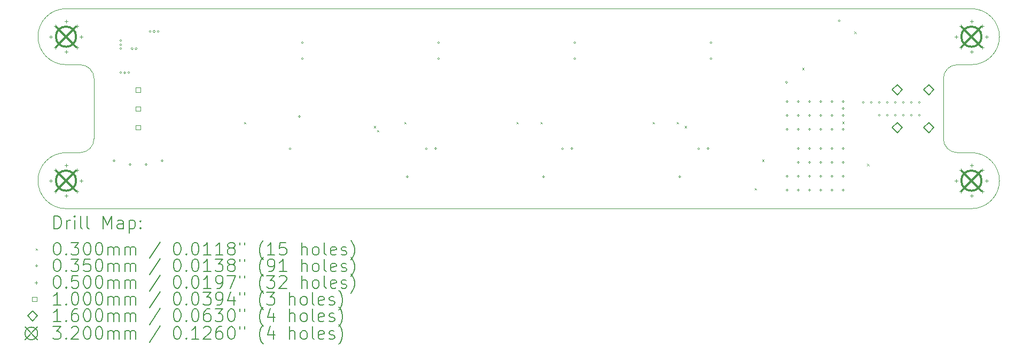
<source format=gbr>
%TF.GenerationSoftware,KiCad,Pcbnew,7.0.5-0*%
%TF.CreationDate,2023-09-25T22:44:35+01:00*%
%TF.ProjectId,INCLINOMETER_BOARD,494e434c-494e-44f4-9d45-5445525f424f,rev?*%
%TF.SameCoordinates,Original*%
%TF.FileFunction,Drillmap*%
%TF.FilePolarity,Positive*%
%FSLAX45Y45*%
G04 Gerber Fmt 4.5, Leading zero omitted, Abs format (unit mm)*
G04 Created by KiCad (PCBNEW 7.0.5-0) date 2023-09-25 22:44:35*
%MOMM*%
%LPD*%
G01*
G04 APERTURE LIST*
%ADD10C,0.100000*%
%ADD11C,0.200000*%
%ADD12C,0.030000*%
%ADD13C,0.035000*%
%ADD14C,0.050000*%
%ADD15C,0.160000*%
%ADD16C,0.320000*%
G04 APERTURE END LIST*
D10*
X22415500Y-7874000D02*
G75*
G03*
X22860000Y-7429500I0J444500D01*
G01*
X22860000Y-7429500D02*
X22860000Y-7429500D01*
X22415500Y-7874000D02*
X22193250Y-7874000D01*
X8064500Y-9271000D02*
X8286750Y-9271000D01*
X7620000Y-9715500D02*
G75*
G03*
X8064500Y-10160000I444500J0D01*
G01*
X8286750Y-7874000D02*
X8064500Y-7874000D01*
X8064500Y-6985000D02*
G75*
G03*
X7620000Y-7429500I0J-444500D01*
G01*
X21971000Y-9048750D02*
G75*
G03*
X22193250Y-9271000I222250J0D01*
G01*
X22193250Y-9271000D02*
X22415500Y-9271000D01*
X7620000Y-7429500D02*
G75*
G03*
X8064500Y-7874000I444500J0D01*
G01*
X8509000Y-8096250D02*
X8509000Y-9048750D01*
X22415500Y-10160000D02*
G75*
G03*
X22860000Y-9715500I0J444500D01*
G01*
X7620000Y-9715500D02*
X7620000Y-9715500D01*
X8064500Y-9271000D02*
G75*
G03*
X7620000Y-9715500I0J-444500D01*
G01*
X22860000Y-9715500D02*
G75*
G03*
X22415500Y-9271000I-444500J0D01*
G01*
X8509000Y-8096250D02*
G75*
G03*
X8286750Y-7874000I-222250J0D01*
G01*
X8064500Y-6985000D02*
X22415500Y-6985000D01*
X21971000Y-8096250D02*
X21971000Y-9048750D01*
X22860000Y-9715500D02*
X22860000Y-9715500D01*
X7620000Y-7429500D02*
X7620000Y-7429500D01*
X22860000Y-7429500D02*
G75*
G03*
X22415500Y-6985000I-444500J0D01*
G01*
X22415500Y-10160000D02*
X8064500Y-10160000D01*
X8286750Y-9271000D02*
G75*
G03*
X8509000Y-9048750I0J222250D01*
G01*
X22193250Y-7874000D02*
G75*
G03*
X21971000Y-8096250I0J-222250D01*
G01*
D11*
D12*
X10884000Y-8782000D02*
X10914000Y-8812000D01*
X10914000Y-8782000D02*
X10884000Y-8812000D01*
X12941400Y-8845500D02*
X12971400Y-8875500D01*
X12971400Y-8845500D02*
X12941400Y-8875500D01*
X12992200Y-8909000D02*
X13022200Y-8939000D01*
X13022200Y-8909000D02*
X12992200Y-8939000D01*
X13424000Y-8782000D02*
X13454000Y-8812000D01*
X13454000Y-8782000D02*
X13424000Y-8812000D01*
X15202000Y-8782000D02*
X15232000Y-8812000D01*
X15232000Y-8782000D02*
X15202000Y-8812000D01*
X15583000Y-8782000D02*
X15613000Y-8812000D01*
X15613000Y-8782000D02*
X15583000Y-8812000D01*
X17361000Y-8782000D02*
X17391000Y-8812000D01*
X17391000Y-8782000D02*
X17361000Y-8812000D01*
X17742000Y-8782000D02*
X17772000Y-8812000D01*
X17772000Y-8782000D02*
X17742000Y-8812000D01*
X17869000Y-8845500D02*
X17899000Y-8875500D01*
X17899000Y-8845500D02*
X17869000Y-8875500D01*
X18977850Y-9832500D02*
X19007850Y-9862500D01*
X19007850Y-9832500D02*
X18977850Y-9862500D01*
X19098500Y-9383000D02*
X19128500Y-9413000D01*
X19128500Y-9383000D02*
X19098500Y-9413000D01*
X19733500Y-7922500D02*
X19763500Y-7952500D01*
X19763500Y-7922500D02*
X19733500Y-7952500D01*
X20368500Y-8777500D02*
X20398500Y-8807500D01*
X20398500Y-8777500D02*
X20368500Y-8807500D01*
X20559000Y-7351000D02*
X20589000Y-7381000D01*
X20589000Y-7351000D02*
X20559000Y-7381000D01*
X20762200Y-9446500D02*
X20792200Y-9476500D01*
X20792200Y-9446500D02*
X20762200Y-9476500D01*
D13*
X8844000Y-9398000D02*
G75*
G03*
X8844000Y-9398000I-17500J0D01*
G01*
X8950680Y-7493000D02*
G75*
G03*
X8950680Y-7493000I-17500J0D01*
G01*
X8950680Y-7556500D02*
G75*
G03*
X8950680Y-7556500I-17500J0D01*
G01*
X8950680Y-7620000D02*
G75*
G03*
X8950680Y-7620000I-17500J0D01*
G01*
X8950680Y-8001000D02*
G75*
G03*
X8950680Y-8001000I-17500J0D01*
G01*
X9014180Y-8001000D02*
G75*
G03*
X9014180Y-8001000I-17500J0D01*
G01*
X9077680Y-8001000D02*
G75*
G03*
X9077680Y-8001000I-17500J0D01*
G01*
X9098000Y-9461500D02*
G75*
G03*
X9098000Y-9461500I-17500J0D01*
G01*
X9129750Y-7620000D02*
G75*
G03*
X9129750Y-7620000I-17500J0D01*
G01*
X9193250Y-7620000D02*
G75*
G03*
X9193250Y-7620000I-17500J0D01*
G01*
X9352000Y-9461500D02*
G75*
G03*
X9352000Y-9461500I-17500J0D01*
G01*
X9415500Y-7346950D02*
G75*
G03*
X9415500Y-7346950I-17500J0D01*
G01*
X9479000Y-7346950D02*
G75*
G03*
X9479000Y-7346950I-17500J0D01*
G01*
X9542500Y-7346950D02*
G75*
G03*
X9542500Y-7346950I-17500J0D01*
G01*
X9606000Y-9398000D02*
G75*
G03*
X9606000Y-9398000I-17500J0D01*
G01*
X11632000Y-9207500D02*
G75*
G03*
X11632000Y-9207500I-17500J0D01*
G01*
X11782000Y-8699500D02*
G75*
G03*
X11782000Y-8699500I-17500J0D01*
G01*
X11828500Y-7527000D02*
G75*
G03*
X11828500Y-7527000I-17500J0D01*
G01*
X11828500Y-7781000D02*
G75*
G03*
X11828500Y-7781000I-17500J0D01*
G01*
X13491000Y-9652000D02*
G75*
G03*
X13491000Y-9652000I-17500J0D01*
G01*
X13791000Y-9207500D02*
G75*
G03*
X13791000Y-9207500I-17500J0D01*
G01*
X13941000Y-9207500D02*
G75*
G03*
X13941000Y-9207500I-17500J0D01*
G01*
X13987500Y-7527000D02*
G75*
G03*
X13987500Y-7527000I-17500J0D01*
G01*
X13987500Y-7781000D02*
G75*
G03*
X13987500Y-7781000I-17500J0D01*
G01*
X15650000Y-9652000D02*
G75*
G03*
X15650000Y-9652000I-17500J0D01*
G01*
X15950000Y-9207500D02*
G75*
G03*
X15950000Y-9207500I-17500J0D01*
G01*
X16100000Y-9207500D02*
G75*
G03*
X16100000Y-9207500I-17500J0D01*
G01*
X16146500Y-7527000D02*
G75*
G03*
X16146500Y-7527000I-17500J0D01*
G01*
X16146500Y-7781000D02*
G75*
G03*
X16146500Y-7781000I-17500J0D01*
G01*
X17809000Y-9652000D02*
G75*
G03*
X17809000Y-9652000I-17500J0D01*
G01*
X18109000Y-9207500D02*
G75*
G03*
X18109000Y-9207500I-17500J0D01*
G01*
X18259000Y-9207500D02*
G75*
G03*
X18259000Y-9207500I-17500J0D01*
G01*
X18305500Y-7527000D02*
G75*
G03*
X18305500Y-7527000I-17500J0D01*
G01*
X18305500Y-7781000D02*
G75*
G03*
X18305500Y-7781000I-17500J0D01*
G01*
X19500500Y-8153400D02*
G75*
G03*
X19500500Y-8153400I-17500J0D01*
G01*
X19512000Y-8462500D02*
G75*
G03*
X19512000Y-8462500I-17500J0D01*
G01*
X19512000Y-8682500D02*
G75*
G03*
X19512000Y-8682500I-17500J0D01*
G01*
X19512000Y-8902500D02*
G75*
G03*
X19512000Y-8902500I-17500J0D01*
G01*
X19512000Y-9642500D02*
G75*
G03*
X19512000Y-9642500I-17500J0D01*
G01*
X19512000Y-9862500D02*
G75*
G03*
X19512000Y-9862500I-17500J0D01*
G01*
X19689800Y-8462500D02*
G75*
G03*
X19689800Y-8462500I-17500J0D01*
G01*
X19689800Y-8682500D02*
G75*
G03*
X19689800Y-8682500I-17500J0D01*
G01*
X19689800Y-8902500D02*
G75*
G03*
X19689800Y-8902500I-17500J0D01*
G01*
X19689800Y-9202500D02*
G75*
G03*
X19689800Y-9202500I-17500J0D01*
G01*
X19689800Y-9422500D02*
G75*
G03*
X19689800Y-9422500I-17500J0D01*
G01*
X19689800Y-9642500D02*
G75*
G03*
X19689800Y-9642500I-17500J0D01*
G01*
X19689800Y-9862500D02*
G75*
G03*
X19689800Y-9862500I-17500J0D01*
G01*
X19867600Y-8462500D02*
G75*
G03*
X19867600Y-8462500I-17500J0D01*
G01*
X19867600Y-8682500D02*
G75*
G03*
X19867600Y-8682500I-17500J0D01*
G01*
X19867600Y-8902500D02*
G75*
G03*
X19867600Y-8902500I-17500J0D01*
G01*
X19867600Y-9202500D02*
G75*
G03*
X19867600Y-9202500I-17500J0D01*
G01*
X19867600Y-9422500D02*
G75*
G03*
X19867600Y-9422500I-17500J0D01*
G01*
X19867600Y-9642500D02*
G75*
G03*
X19867600Y-9642500I-17500J0D01*
G01*
X19867600Y-9862500D02*
G75*
G03*
X19867600Y-9862500I-17500J0D01*
G01*
X20045400Y-8462500D02*
G75*
G03*
X20045400Y-8462500I-17500J0D01*
G01*
X20045400Y-8682500D02*
G75*
G03*
X20045400Y-8682500I-17500J0D01*
G01*
X20045400Y-8902500D02*
G75*
G03*
X20045400Y-8902500I-17500J0D01*
G01*
X20045400Y-9202500D02*
G75*
G03*
X20045400Y-9202500I-17500J0D01*
G01*
X20045400Y-9422500D02*
G75*
G03*
X20045400Y-9422500I-17500J0D01*
G01*
X20045400Y-9642500D02*
G75*
G03*
X20045400Y-9642500I-17500J0D01*
G01*
X20045400Y-9862500D02*
G75*
G03*
X20045400Y-9862500I-17500J0D01*
G01*
X20223200Y-8462500D02*
G75*
G03*
X20223200Y-8462500I-17500J0D01*
G01*
X20223200Y-8682500D02*
G75*
G03*
X20223200Y-8682500I-17500J0D01*
G01*
X20223200Y-8902500D02*
G75*
G03*
X20223200Y-8902500I-17500J0D01*
G01*
X20223200Y-9202500D02*
G75*
G03*
X20223200Y-9202500I-17500J0D01*
G01*
X20223200Y-9422500D02*
G75*
G03*
X20223200Y-9422500I-17500J0D01*
G01*
X20223200Y-9642500D02*
G75*
G03*
X20223200Y-9642500I-17500J0D01*
G01*
X20223200Y-9862500D02*
G75*
G03*
X20223200Y-9862500I-17500J0D01*
G01*
X20337500Y-7175500D02*
G75*
G03*
X20337500Y-7175500I-17500J0D01*
G01*
X20401000Y-8462500D02*
G75*
G03*
X20401000Y-8462500I-17500J0D01*
G01*
X20401000Y-8572500D02*
G75*
G03*
X20401000Y-8572500I-17500J0D01*
G01*
X20401000Y-8682500D02*
G75*
G03*
X20401000Y-8682500I-17500J0D01*
G01*
X20401000Y-8902500D02*
G75*
G03*
X20401000Y-8902500I-17500J0D01*
G01*
X20401000Y-9202500D02*
G75*
G03*
X20401000Y-9202500I-17500J0D01*
G01*
X20401000Y-9422500D02*
G75*
G03*
X20401000Y-9422500I-17500J0D01*
G01*
X20401000Y-9642500D02*
G75*
G03*
X20401000Y-9642500I-17500J0D01*
G01*
X20401000Y-9862500D02*
G75*
G03*
X20401000Y-9862500I-17500J0D01*
G01*
X20718500Y-8470900D02*
G75*
G03*
X20718500Y-8470900I-17500J0D01*
G01*
X20845500Y-8470900D02*
G75*
G03*
X20845500Y-8470900I-17500J0D01*
G01*
X20972500Y-8470900D02*
G75*
G03*
X20972500Y-8470900I-17500J0D01*
G01*
X20972500Y-8674100D02*
G75*
G03*
X20972500Y-8674100I-17500J0D01*
G01*
X21099500Y-8470900D02*
G75*
G03*
X21099500Y-8470900I-17500J0D01*
G01*
X21099500Y-8674100D02*
G75*
G03*
X21099500Y-8674100I-17500J0D01*
G01*
X21226500Y-8470900D02*
G75*
G03*
X21226500Y-8470900I-17500J0D01*
G01*
X21226500Y-8674100D02*
G75*
G03*
X21226500Y-8674100I-17500J0D01*
G01*
X21353500Y-8470900D02*
G75*
G03*
X21353500Y-8470900I-17500J0D01*
G01*
X21353500Y-8674100D02*
G75*
G03*
X21353500Y-8674100I-17500J0D01*
G01*
X21480500Y-8470900D02*
G75*
G03*
X21480500Y-8470900I-17500J0D01*
G01*
X21480500Y-8674100D02*
G75*
G03*
X21480500Y-8674100I-17500J0D01*
G01*
X21607500Y-8470900D02*
G75*
G03*
X21607500Y-8470900I-17500J0D01*
G01*
X21607500Y-8674100D02*
G75*
G03*
X21607500Y-8674100I-17500J0D01*
G01*
D14*
X7824500Y-7404500D02*
X7824500Y-7454500D01*
X7799500Y-7429500D02*
X7849500Y-7429500D01*
X7824500Y-9690500D02*
X7824500Y-9740500D01*
X7799500Y-9715500D02*
X7849500Y-9715500D01*
X7894794Y-7234794D02*
X7894794Y-7284794D01*
X7869794Y-7259794D02*
X7919794Y-7259794D01*
X7894794Y-7574206D02*
X7894794Y-7624206D01*
X7869794Y-7599206D02*
X7919794Y-7599206D01*
X7894794Y-9520794D02*
X7894794Y-9570794D01*
X7869794Y-9545794D02*
X7919794Y-9545794D01*
X7894794Y-9860206D02*
X7894794Y-9910206D01*
X7869794Y-9885206D02*
X7919794Y-9885206D01*
X8064500Y-7164500D02*
X8064500Y-7214500D01*
X8039500Y-7189500D02*
X8089500Y-7189500D01*
X8064500Y-7644500D02*
X8064500Y-7694500D01*
X8039500Y-7669500D02*
X8089500Y-7669500D01*
X8064500Y-9450500D02*
X8064500Y-9500500D01*
X8039500Y-9475500D02*
X8089500Y-9475500D01*
X8064500Y-9930500D02*
X8064500Y-9980500D01*
X8039500Y-9955500D02*
X8089500Y-9955500D01*
X8234206Y-7234794D02*
X8234206Y-7284794D01*
X8209206Y-7259794D02*
X8259206Y-7259794D01*
X8234206Y-7574206D02*
X8234206Y-7624206D01*
X8209206Y-7599206D02*
X8259206Y-7599206D01*
X8234206Y-9520794D02*
X8234206Y-9570794D01*
X8209206Y-9545794D02*
X8259206Y-9545794D01*
X8234206Y-9860206D02*
X8234206Y-9910206D01*
X8209206Y-9885206D02*
X8259206Y-9885206D01*
X8304500Y-7404500D02*
X8304500Y-7454500D01*
X8279500Y-7429500D02*
X8329500Y-7429500D01*
X8304500Y-9690500D02*
X8304500Y-9740500D01*
X8279500Y-9715500D02*
X8329500Y-9715500D01*
X22175500Y-7404500D02*
X22175500Y-7454500D01*
X22150500Y-7429500D02*
X22200500Y-7429500D01*
X22175500Y-9690500D02*
X22175500Y-9740500D01*
X22150500Y-9715500D02*
X22200500Y-9715500D01*
X22245794Y-7234794D02*
X22245794Y-7284794D01*
X22220794Y-7259794D02*
X22270794Y-7259794D01*
X22245794Y-7574206D02*
X22245794Y-7624206D01*
X22220794Y-7599206D02*
X22270794Y-7599206D01*
X22245794Y-9520794D02*
X22245794Y-9570794D01*
X22220794Y-9545794D02*
X22270794Y-9545794D01*
X22245794Y-9860206D02*
X22245794Y-9910206D01*
X22220794Y-9885206D02*
X22270794Y-9885206D01*
X22415500Y-7164500D02*
X22415500Y-7214500D01*
X22390500Y-7189500D02*
X22440500Y-7189500D01*
X22415500Y-7644500D02*
X22415500Y-7694500D01*
X22390500Y-7669500D02*
X22440500Y-7669500D01*
X22415500Y-9450500D02*
X22415500Y-9500500D01*
X22390500Y-9475500D02*
X22440500Y-9475500D01*
X22415500Y-9930500D02*
X22415500Y-9980500D01*
X22390500Y-9955500D02*
X22440500Y-9955500D01*
X22585206Y-7234794D02*
X22585206Y-7284794D01*
X22560206Y-7259794D02*
X22610206Y-7259794D01*
X22585206Y-7574206D02*
X22585206Y-7624206D01*
X22560206Y-7599206D02*
X22610206Y-7599206D01*
X22585206Y-9520794D02*
X22585206Y-9570794D01*
X22560206Y-9545794D02*
X22610206Y-9545794D01*
X22585206Y-9860206D02*
X22585206Y-9910206D01*
X22560206Y-9885206D02*
X22610206Y-9885206D01*
X22655500Y-7404500D02*
X22655500Y-7454500D01*
X22630500Y-7429500D02*
X22680500Y-7429500D01*
X22655500Y-9690500D02*
X22655500Y-9740500D01*
X22630500Y-9715500D02*
X22680500Y-9715500D01*
D10*
X9242856Y-8307856D02*
X9242856Y-8237144D01*
X9172144Y-8237144D01*
X9172144Y-8307856D01*
X9242856Y-8307856D01*
X9242856Y-8607856D02*
X9242856Y-8537144D01*
X9172144Y-8537144D01*
X9172144Y-8607856D01*
X9242856Y-8607856D01*
X9242856Y-8907856D02*
X9242856Y-8837144D01*
X9172144Y-8837144D01*
X9172144Y-8907856D01*
X9242856Y-8907856D01*
D15*
X21241000Y-8352500D02*
X21321000Y-8272500D01*
X21241000Y-8192500D01*
X21161000Y-8272500D01*
X21241000Y-8352500D01*
X21241000Y-8952500D02*
X21321000Y-8872500D01*
X21241000Y-8792500D01*
X21161000Y-8872500D01*
X21241000Y-8952500D01*
X21741000Y-8352500D02*
X21821000Y-8272500D01*
X21741000Y-8192500D01*
X21661000Y-8272500D01*
X21741000Y-8352500D01*
X21741000Y-8952500D02*
X21821000Y-8872500D01*
X21741000Y-8792500D01*
X21661000Y-8872500D01*
X21741000Y-8952500D01*
D16*
X7904500Y-7269500D02*
X8224500Y-7589500D01*
X8224500Y-7269500D02*
X7904500Y-7589500D01*
X8224500Y-7429500D02*
G75*
G03*
X8224500Y-7429500I-160000J0D01*
G01*
X7904500Y-9555500D02*
X8224500Y-9875500D01*
X8224500Y-9555500D02*
X7904500Y-9875500D01*
X8224500Y-9715500D02*
G75*
G03*
X8224500Y-9715500I-160000J0D01*
G01*
X22255500Y-7269500D02*
X22575500Y-7589500D01*
X22575500Y-7269500D02*
X22255500Y-7589500D01*
X22575500Y-7429500D02*
G75*
G03*
X22575500Y-7429500I-160000J0D01*
G01*
X22255500Y-9555500D02*
X22575500Y-9875500D01*
X22575500Y-9555500D02*
X22255500Y-9875500D01*
X22575500Y-9715500D02*
G75*
G03*
X22575500Y-9715500I-160000J0D01*
G01*
D11*
X7875777Y-10476484D02*
X7875777Y-10276484D01*
X7875777Y-10276484D02*
X7923396Y-10276484D01*
X7923396Y-10276484D02*
X7951967Y-10286008D01*
X7951967Y-10286008D02*
X7971015Y-10305055D01*
X7971015Y-10305055D02*
X7980539Y-10324103D01*
X7980539Y-10324103D02*
X7990062Y-10362198D01*
X7990062Y-10362198D02*
X7990062Y-10390770D01*
X7990062Y-10390770D02*
X7980539Y-10428865D01*
X7980539Y-10428865D02*
X7971015Y-10447912D01*
X7971015Y-10447912D02*
X7951967Y-10466960D01*
X7951967Y-10466960D02*
X7923396Y-10476484D01*
X7923396Y-10476484D02*
X7875777Y-10476484D01*
X8075777Y-10476484D02*
X8075777Y-10343150D01*
X8075777Y-10381246D02*
X8085301Y-10362198D01*
X8085301Y-10362198D02*
X8094824Y-10352674D01*
X8094824Y-10352674D02*
X8113872Y-10343150D01*
X8113872Y-10343150D02*
X8132920Y-10343150D01*
X8199586Y-10476484D02*
X8199586Y-10343150D01*
X8199586Y-10276484D02*
X8190062Y-10286008D01*
X8190062Y-10286008D02*
X8199586Y-10295531D01*
X8199586Y-10295531D02*
X8209110Y-10286008D01*
X8209110Y-10286008D02*
X8199586Y-10276484D01*
X8199586Y-10276484D02*
X8199586Y-10295531D01*
X8323396Y-10476484D02*
X8304348Y-10466960D01*
X8304348Y-10466960D02*
X8294824Y-10447912D01*
X8294824Y-10447912D02*
X8294824Y-10276484D01*
X8428158Y-10476484D02*
X8409110Y-10466960D01*
X8409110Y-10466960D02*
X8399586Y-10447912D01*
X8399586Y-10447912D02*
X8399586Y-10276484D01*
X8656729Y-10476484D02*
X8656729Y-10276484D01*
X8656729Y-10276484D02*
X8723396Y-10419341D01*
X8723396Y-10419341D02*
X8790063Y-10276484D01*
X8790063Y-10276484D02*
X8790063Y-10476484D01*
X8971015Y-10476484D02*
X8971015Y-10371722D01*
X8971015Y-10371722D02*
X8961491Y-10352674D01*
X8961491Y-10352674D02*
X8942444Y-10343150D01*
X8942444Y-10343150D02*
X8904348Y-10343150D01*
X8904348Y-10343150D02*
X8885301Y-10352674D01*
X8971015Y-10466960D02*
X8951967Y-10476484D01*
X8951967Y-10476484D02*
X8904348Y-10476484D01*
X8904348Y-10476484D02*
X8885301Y-10466960D01*
X8885301Y-10466960D02*
X8875777Y-10447912D01*
X8875777Y-10447912D02*
X8875777Y-10428865D01*
X8875777Y-10428865D02*
X8885301Y-10409817D01*
X8885301Y-10409817D02*
X8904348Y-10400293D01*
X8904348Y-10400293D02*
X8951967Y-10400293D01*
X8951967Y-10400293D02*
X8971015Y-10390770D01*
X9066253Y-10343150D02*
X9066253Y-10543150D01*
X9066253Y-10352674D02*
X9085301Y-10343150D01*
X9085301Y-10343150D02*
X9123396Y-10343150D01*
X9123396Y-10343150D02*
X9142444Y-10352674D01*
X9142444Y-10352674D02*
X9151967Y-10362198D01*
X9151967Y-10362198D02*
X9161491Y-10381246D01*
X9161491Y-10381246D02*
X9161491Y-10438389D01*
X9161491Y-10438389D02*
X9151967Y-10457436D01*
X9151967Y-10457436D02*
X9142444Y-10466960D01*
X9142444Y-10466960D02*
X9123396Y-10476484D01*
X9123396Y-10476484D02*
X9085301Y-10476484D01*
X9085301Y-10476484D02*
X9066253Y-10466960D01*
X9247205Y-10457436D02*
X9256729Y-10466960D01*
X9256729Y-10466960D02*
X9247205Y-10476484D01*
X9247205Y-10476484D02*
X9237682Y-10466960D01*
X9237682Y-10466960D02*
X9247205Y-10457436D01*
X9247205Y-10457436D02*
X9247205Y-10476484D01*
X9247205Y-10352674D02*
X9256729Y-10362198D01*
X9256729Y-10362198D02*
X9247205Y-10371722D01*
X9247205Y-10371722D02*
X9237682Y-10362198D01*
X9237682Y-10362198D02*
X9247205Y-10352674D01*
X9247205Y-10352674D02*
X9247205Y-10371722D01*
D12*
X7585000Y-10790000D02*
X7615000Y-10820000D01*
X7615000Y-10790000D02*
X7585000Y-10820000D01*
D11*
X7913872Y-10696484D02*
X7932920Y-10696484D01*
X7932920Y-10696484D02*
X7951967Y-10706008D01*
X7951967Y-10706008D02*
X7961491Y-10715531D01*
X7961491Y-10715531D02*
X7971015Y-10734579D01*
X7971015Y-10734579D02*
X7980539Y-10772674D01*
X7980539Y-10772674D02*
X7980539Y-10820293D01*
X7980539Y-10820293D02*
X7971015Y-10858389D01*
X7971015Y-10858389D02*
X7961491Y-10877436D01*
X7961491Y-10877436D02*
X7951967Y-10886960D01*
X7951967Y-10886960D02*
X7932920Y-10896484D01*
X7932920Y-10896484D02*
X7913872Y-10896484D01*
X7913872Y-10896484D02*
X7894824Y-10886960D01*
X7894824Y-10886960D02*
X7885301Y-10877436D01*
X7885301Y-10877436D02*
X7875777Y-10858389D01*
X7875777Y-10858389D02*
X7866253Y-10820293D01*
X7866253Y-10820293D02*
X7866253Y-10772674D01*
X7866253Y-10772674D02*
X7875777Y-10734579D01*
X7875777Y-10734579D02*
X7885301Y-10715531D01*
X7885301Y-10715531D02*
X7894824Y-10706008D01*
X7894824Y-10706008D02*
X7913872Y-10696484D01*
X8066253Y-10877436D02*
X8075777Y-10886960D01*
X8075777Y-10886960D02*
X8066253Y-10896484D01*
X8066253Y-10896484D02*
X8056729Y-10886960D01*
X8056729Y-10886960D02*
X8066253Y-10877436D01*
X8066253Y-10877436D02*
X8066253Y-10896484D01*
X8142443Y-10696484D02*
X8266253Y-10696484D01*
X8266253Y-10696484D02*
X8199586Y-10772674D01*
X8199586Y-10772674D02*
X8228158Y-10772674D01*
X8228158Y-10772674D02*
X8247205Y-10782198D01*
X8247205Y-10782198D02*
X8256729Y-10791722D01*
X8256729Y-10791722D02*
X8266253Y-10810770D01*
X8266253Y-10810770D02*
X8266253Y-10858389D01*
X8266253Y-10858389D02*
X8256729Y-10877436D01*
X8256729Y-10877436D02*
X8247205Y-10886960D01*
X8247205Y-10886960D02*
X8228158Y-10896484D01*
X8228158Y-10896484D02*
X8171015Y-10896484D01*
X8171015Y-10896484D02*
X8151967Y-10886960D01*
X8151967Y-10886960D02*
X8142443Y-10877436D01*
X8390063Y-10696484D02*
X8409110Y-10696484D01*
X8409110Y-10696484D02*
X8428158Y-10706008D01*
X8428158Y-10706008D02*
X8437682Y-10715531D01*
X8437682Y-10715531D02*
X8447205Y-10734579D01*
X8447205Y-10734579D02*
X8456729Y-10772674D01*
X8456729Y-10772674D02*
X8456729Y-10820293D01*
X8456729Y-10820293D02*
X8447205Y-10858389D01*
X8447205Y-10858389D02*
X8437682Y-10877436D01*
X8437682Y-10877436D02*
X8428158Y-10886960D01*
X8428158Y-10886960D02*
X8409110Y-10896484D01*
X8409110Y-10896484D02*
X8390063Y-10896484D01*
X8390063Y-10896484D02*
X8371015Y-10886960D01*
X8371015Y-10886960D02*
X8361491Y-10877436D01*
X8361491Y-10877436D02*
X8351967Y-10858389D01*
X8351967Y-10858389D02*
X8342443Y-10820293D01*
X8342443Y-10820293D02*
X8342443Y-10772674D01*
X8342443Y-10772674D02*
X8351967Y-10734579D01*
X8351967Y-10734579D02*
X8361491Y-10715531D01*
X8361491Y-10715531D02*
X8371015Y-10706008D01*
X8371015Y-10706008D02*
X8390063Y-10696484D01*
X8580539Y-10696484D02*
X8599586Y-10696484D01*
X8599586Y-10696484D02*
X8618634Y-10706008D01*
X8618634Y-10706008D02*
X8628158Y-10715531D01*
X8628158Y-10715531D02*
X8637682Y-10734579D01*
X8637682Y-10734579D02*
X8647205Y-10772674D01*
X8647205Y-10772674D02*
X8647205Y-10820293D01*
X8647205Y-10820293D02*
X8637682Y-10858389D01*
X8637682Y-10858389D02*
X8628158Y-10877436D01*
X8628158Y-10877436D02*
X8618634Y-10886960D01*
X8618634Y-10886960D02*
X8599586Y-10896484D01*
X8599586Y-10896484D02*
X8580539Y-10896484D01*
X8580539Y-10896484D02*
X8561491Y-10886960D01*
X8561491Y-10886960D02*
X8551967Y-10877436D01*
X8551967Y-10877436D02*
X8542444Y-10858389D01*
X8542444Y-10858389D02*
X8532920Y-10820293D01*
X8532920Y-10820293D02*
X8532920Y-10772674D01*
X8532920Y-10772674D02*
X8542444Y-10734579D01*
X8542444Y-10734579D02*
X8551967Y-10715531D01*
X8551967Y-10715531D02*
X8561491Y-10706008D01*
X8561491Y-10706008D02*
X8580539Y-10696484D01*
X8732920Y-10896484D02*
X8732920Y-10763150D01*
X8732920Y-10782198D02*
X8742444Y-10772674D01*
X8742444Y-10772674D02*
X8761491Y-10763150D01*
X8761491Y-10763150D02*
X8790063Y-10763150D01*
X8790063Y-10763150D02*
X8809110Y-10772674D01*
X8809110Y-10772674D02*
X8818634Y-10791722D01*
X8818634Y-10791722D02*
X8818634Y-10896484D01*
X8818634Y-10791722D02*
X8828158Y-10772674D01*
X8828158Y-10772674D02*
X8847205Y-10763150D01*
X8847205Y-10763150D02*
X8875777Y-10763150D01*
X8875777Y-10763150D02*
X8894825Y-10772674D01*
X8894825Y-10772674D02*
X8904348Y-10791722D01*
X8904348Y-10791722D02*
X8904348Y-10896484D01*
X8999586Y-10896484D02*
X8999586Y-10763150D01*
X8999586Y-10782198D02*
X9009110Y-10772674D01*
X9009110Y-10772674D02*
X9028158Y-10763150D01*
X9028158Y-10763150D02*
X9056729Y-10763150D01*
X9056729Y-10763150D02*
X9075777Y-10772674D01*
X9075777Y-10772674D02*
X9085301Y-10791722D01*
X9085301Y-10791722D02*
X9085301Y-10896484D01*
X9085301Y-10791722D02*
X9094825Y-10772674D01*
X9094825Y-10772674D02*
X9113872Y-10763150D01*
X9113872Y-10763150D02*
X9142444Y-10763150D01*
X9142444Y-10763150D02*
X9161491Y-10772674D01*
X9161491Y-10772674D02*
X9171015Y-10791722D01*
X9171015Y-10791722D02*
X9171015Y-10896484D01*
X9561491Y-10686960D02*
X9390063Y-10944103D01*
X9818634Y-10696484D02*
X9837682Y-10696484D01*
X9837682Y-10696484D02*
X9856729Y-10706008D01*
X9856729Y-10706008D02*
X9866253Y-10715531D01*
X9866253Y-10715531D02*
X9875777Y-10734579D01*
X9875777Y-10734579D02*
X9885301Y-10772674D01*
X9885301Y-10772674D02*
X9885301Y-10820293D01*
X9885301Y-10820293D02*
X9875777Y-10858389D01*
X9875777Y-10858389D02*
X9866253Y-10877436D01*
X9866253Y-10877436D02*
X9856729Y-10886960D01*
X9856729Y-10886960D02*
X9837682Y-10896484D01*
X9837682Y-10896484D02*
X9818634Y-10896484D01*
X9818634Y-10896484D02*
X9799587Y-10886960D01*
X9799587Y-10886960D02*
X9790063Y-10877436D01*
X9790063Y-10877436D02*
X9780539Y-10858389D01*
X9780539Y-10858389D02*
X9771015Y-10820293D01*
X9771015Y-10820293D02*
X9771015Y-10772674D01*
X9771015Y-10772674D02*
X9780539Y-10734579D01*
X9780539Y-10734579D02*
X9790063Y-10715531D01*
X9790063Y-10715531D02*
X9799587Y-10706008D01*
X9799587Y-10706008D02*
X9818634Y-10696484D01*
X9971015Y-10877436D02*
X9980539Y-10886960D01*
X9980539Y-10886960D02*
X9971015Y-10896484D01*
X9971015Y-10896484D02*
X9961491Y-10886960D01*
X9961491Y-10886960D02*
X9971015Y-10877436D01*
X9971015Y-10877436D02*
X9971015Y-10896484D01*
X10104348Y-10696484D02*
X10123396Y-10696484D01*
X10123396Y-10696484D02*
X10142444Y-10706008D01*
X10142444Y-10706008D02*
X10151968Y-10715531D01*
X10151968Y-10715531D02*
X10161491Y-10734579D01*
X10161491Y-10734579D02*
X10171015Y-10772674D01*
X10171015Y-10772674D02*
X10171015Y-10820293D01*
X10171015Y-10820293D02*
X10161491Y-10858389D01*
X10161491Y-10858389D02*
X10151968Y-10877436D01*
X10151968Y-10877436D02*
X10142444Y-10886960D01*
X10142444Y-10886960D02*
X10123396Y-10896484D01*
X10123396Y-10896484D02*
X10104348Y-10896484D01*
X10104348Y-10896484D02*
X10085301Y-10886960D01*
X10085301Y-10886960D02*
X10075777Y-10877436D01*
X10075777Y-10877436D02*
X10066253Y-10858389D01*
X10066253Y-10858389D02*
X10056729Y-10820293D01*
X10056729Y-10820293D02*
X10056729Y-10772674D01*
X10056729Y-10772674D02*
X10066253Y-10734579D01*
X10066253Y-10734579D02*
X10075777Y-10715531D01*
X10075777Y-10715531D02*
X10085301Y-10706008D01*
X10085301Y-10706008D02*
X10104348Y-10696484D01*
X10361491Y-10896484D02*
X10247206Y-10896484D01*
X10304348Y-10896484D02*
X10304348Y-10696484D01*
X10304348Y-10696484D02*
X10285301Y-10725055D01*
X10285301Y-10725055D02*
X10266253Y-10744103D01*
X10266253Y-10744103D02*
X10247206Y-10753627D01*
X10551968Y-10896484D02*
X10437682Y-10896484D01*
X10494825Y-10896484D02*
X10494825Y-10696484D01*
X10494825Y-10696484D02*
X10475777Y-10725055D01*
X10475777Y-10725055D02*
X10456729Y-10744103D01*
X10456729Y-10744103D02*
X10437682Y-10753627D01*
X10666253Y-10782198D02*
X10647206Y-10772674D01*
X10647206Y-10772674D02*
X10637682Y-10763150D01*
X10637682Y-10763150D02*
X10628158Y-10744103D01*
X10628158Y-10744103D02*
X10628158Y-10734579D01*
X10628158Y-10734579D02*
X10637682Y-10715531D01*
X10637682Y-10715531D02*
X10647206Y-10706008D01*
X10647206Y-10706008D02*
X10666253Y-10696484D01*
X10666253Y-10696484D02*
X10704349Y-10696484D01*
X10704349Y-10696484D02*
X10723396Y-10706008D01*
X10723396Y-10706008D02*
X10732920Y-10715531D01*
X10732920Y-10715531D02*
X10742444Y-10734579D01*
X10742444Y-10734579D02*
X10742444Y-10744103D01*
X10742444Y-10744103D02*
X10732920Y-10763150D01*
X10732920Y-10763150D02*
X10723396Y-10772674D01*
X10723396Y-10772674D02*
X10704349Y-10782198D01*
X10704349Y-10782198D02*
X10666253Y-10782198D01*
X10666253Y-10782198D02*
X10647206Y-10791722D01*
X10647206Y-10791722D02*
X10637682Y-10801246D01*
X10637682Y-10801246D02*
X10628158Y-10820293D01*
X10628158Y-10820293D02*
X10628158Y-10858389D01*
X10628158Y-10858389D02*
X10637682Y-10877436D01*
X10637682Y-10877436D02*
X10647206Y-10886960D01*
X10647206Y-10886960D02*
X10666253Y-10896484D01*
X10666253Y-10896484D02*
X10704349Y-10896484D01*
X10704349Y-10896484D02*
X10723396Y-10886960D01*
X10723396Y-10886960D02*
X10732920Y-10877436D01*
X10732920Y-10877436D02*
X10742444Y-10858389D01*
X10742444Y-10858389D02*
X10742444Y-10820293D01*
X10742444Y-10820293D02*
X10732920Y-10801246D01*
X10732920Y-10801246D02*
X10723396Y-10791722D01*
X10723396Y-10791722D02*
X10704349Y-10782198D01*
X10818634Y-10696484D02*
X10818634Y-10734579D01*
X10894825Y-10696484D02*
X10894825Y-10734579D01*
X11190063Y-10972674D02*
X11180539Y-10963150D01*
X11180539Y-10963150D02*
X11161491Y-10934579D01*
X11161491Y-10934579D02*
X11151968Y-10915531D01*
X11151968Y-10915531D02*
X11142444Y-10886960D01*
X11142444Y-10886960D02*
X11132920Y-10839341D01*
X11132920Y-10839341D02*
X11132920Y-10801246D01*
X11132920Y-10801246D02*
X11142444Y-10753627D01*
X11142444Y-10753627D02*
X11151968Y-10725055D01*
X11151968Y-10725055D02*
X11161491Y-10706008D01*
X11161491Y-10706008D02*
X11180539Y-10677436D01*
X11180539Y-10677436D02*
X11190063Y-10667912D01*
X11371015Y-10896484D02*
X11256729Y-10896484D01*
X11313872Y-10896484D02*
X11313872Y-10696484D01*
X11313872Y-10696484D02*
X11294825Y-10725055D01*
X11294825Y-10725055D02*
X11275777Y-10744103D01*
X11275777Y-10744103D02*
X11256729Y-10753627D01*
X11551968Y-10696484D02*
X11456729Y-10696484D01*
X11456729Y-10696484D02*
X11447206Y-10791722D01*
X11447206Y-10791722D02*
X11456729Y-10782198D01*
X11456729Y-10782198D02*
X11475777Y-10772674D01*
X11475777Y-10772674D02*
X11523396Y-10772674D01*
X11523396Y-10772674D02*
X11542444Y-10782198D01*
X11542444Y-10782198D02*
X11551968Y-10791722D01*
X11551968Y-10791722D02*
X11561491Y-10810770D01*
X11561491Y-10810770D02*
X11561491Y-10858389D01*
X11561491Y-10858389D02*
X11551968Y-10877436D01*
X11551968Y-10877436D02*
X11542444Y-10886960D01*
X11542444Y-10886960D02*
X11523396Y-10896484D01*
X11523396Y-10896484D02*
X11475777Y-10896484D01*
X11475777Y-10896484D02*
X11456729Y-10886960D01*
X11456729Y-10886960D02*
X11447206Y-10877436D01*
X11799587Y-10896484D02*
X11799587Y-10696484D01*
X11885301Y-10896484D02*
X11885301Y-10791722D01*
X11885301Y-10791722D02*
X11875777Y-10772674D01*
X11875777Y-10772674D02*
X11856730Y-10763150D01*
X11856730Y-10763150D02*
X11828158Y-10763150D01*
X11828158Y-10763150D02*
X11809110Y-10772674D01*
X11809110Y-10772674D02*
X11799587Y-10782198D01*
X12009110Y-10896484D02*
X11990063Y-10886960D01*
X11990063Y-10886960D02*
X11980539Y-10877436D01*
X11980539Y-10877436D02*
X11971015Y-10858389D01*
X11971015Y-10858389D02*
X11971015Y-10801246D01*
X11971015Y-10801246D02*
X11980539Y-10782198D01*
X11980539Y-10782198D02*
X11990063Y-10772674D01*
X11990063Y-10772674D02*
X12009110Y-10763150D01*
X12009110Y-10763150D02*
X12037682Y-10763150D01*
X12037682Y-10763150D02*
X12056730Y-10772674D01*
X12056730Y-10772674D02*
X12066253Y-10782198D01*
X12066253Y-10782198D02*
X12075777Y-10801246D01*
X12075777Y-10801246D02*
X12075777Y-10858389D01*
X12075777Y-10858389D02*
X12066253Y-10877436D01*
X12066253Y-10877436D02*
X12056730Y-10886960D01*
X12056730Y-10886960D02*
X12037682Y-10896484D01*
X12037682Y-10896484D02*
X12009110Y-10896484D01*
X12190063Y-10896484D02*
X12171015Y-10886960D01*
X12171015Y-10886960D02*
X12161491Y-10867912D01*
X12161491Y-10867912D02*
X12161491Y-10696484D01*
X12342444Y-10886960D02*
X12323396Y-10896484D01*
X12323396Y-10896484D02*
X12285301Y-10896484D01*
X12285301Y-10896484D02*
X12266253Y-10886960D01*
X12266253Y-10886960D02*
X12256730Y-10867912D01*
X12256730Y-10867912D02*
X12256730Y-10791722D01*
X12256730Y-10791722D02*
X12266253Y-10772674D01*
X12266253Y-10772674D02*
X12285301Y-10763150D01*
X12285301Y-10763150D02*
X12323396Y-10763150D01*
X12323396Y-10763150D02*
X12342444Y-10772674D01*
X12342444Y-10772674D02*
X12351968Y-10791722D01*
X12351968Y-10791722D02*
X12351968Y-10810770D01*
X12351968Y-10810770D02*
X12256730Y-10829817D01*
X12428158Y-10886960D02*
X12447206Y-10896484D01*
X12447206Y-10896484D02*
X12485301Y-10896484D01*
X12485301Y-10896484D02*
X12504349Y-10886960D01*
X12504349Y-10886960D02*
X12513872Y-10867912D01*
X12513872Y-10867912D02*
X12513872Y-10858389D01*
X12513872Y-10858389D02*
X12504349Y-10839341D01*
X12504349Y-10839341D02*
X12485301Y-10829817D01*
X12485301Y-10829817D02*
X12456730Y-10829817D01*
X12456730Y-10829817D02*
X12437682Y-10820293D01*
X12437682Y-10820293D02*
X12428158Y-10801246D01*
X12428158Y-10801246D02*
X12428158Y-10791722D01*
X12428158Y-10791722D02*
X12437682Y-10772674D01*
X12437682Y-10772674D02*
X12456730Y-10763150D01*
X12456730Y-10763150D02*
X12485301Y-10763150D01*
X12485301Y-10763150D02*
X12504349Y-10772674D01*
X12580539Y-10972674D02*
X12590063Y-10963150D01*
X12590063Y-10963150D02*
X12609111Y-10934579D01*
X12609111Y-10934579D02*
X12618634Y-10915531D01*
X12618634Y-10915531D02*
X12628158Y-10886960D01*
X12628158Y-10886960D02*
X12637682Y-10839341D01*
X12637682Y-10839341D02*
X12637682Y-10801246D01*
X12637682Y-10801246D02*
X12628158Y-10753627D01*
X12628158Y-10753627D02*
X12618634Y-10725055D01*
X12618634Y-10725055D02*
X12609111Y-10706008D01*
X12609111Y-10706008D02*
X12590063Y-10677436D01*
X12590063Y-10677436D02*
X12580539Y-10667912D01*
D13*
X7615000Y-11069000D02*
G75*
G03*
X7615000Y-11069000I-17500J0D01*
G01*
D11*
X7913872Y-10960484D02*
X7932920Y-10960484D01*
X7932920Y-10960484D02*
X7951967Y-10970008D01*
X7951967Y-10970008D02*
X7961491Y-10979531D01*
X7961491Y-10979531D02*
X7971015Y-10998579D01*
X7971015Y-10998579D02*
X7980539Y-11036674D01*
X7980539Y-11036674D02*
X7980539Y-11084293D01*
X7980539Y-11084293D02*
X7971015Y-11122389D01*
X7971015Y-11122389D02*
X7961491Y-11141436D01*
X7961491Y-11141436D02*
X7951967Y-11150960D01*
X7951967Y-11150960D02*
X7932920Y-11160484D01*
X7932920Y-11160484D02*
X7913872Y-11160484D01*
X7913872Y-11160484D02*
X7894824Y-11150960D01*
X7894824Y-11150960D02*
X7885301Y-11141436D01*
X7885301Y-11141436D02*
X7875777Y-11122389D01*
X7875777Y-11122389D02*
X7866253Y-11084293D01*
X7866253Y-11084293D02*
X7866253Y-11036674D01*
X7866253Y-11036674D02*
X7875777Y-10998579D01*
X7875777Y-10998579D02*
X7885301Y-10979531D01*
X7885301Y-10979531D02*
X7894824Y-10970008D01*
X7894824Y-10970008D02*
X7913872Y-10960484D01*
X8066253Y-11141436D02*
X8075777Y-11150960D01*
X8075777Y-11150960D02*
X8066253Y-11160484D01*
X8066253Y-11160484D02*
X8056729Y-11150960D01*
X8056729Y-11150960D02*
X8066253Y-11141436D01*
X8066253Y-11141436D02*
X8066253Y-11160484D01*
X8142443Y-10960484D02*
X8266253Y-10960484D01*
X8266253Y-10960484D02*
X8199586Y-11036674D01*
X8199586Y-11036674D02*
X8228158Y-11036674D01*
X8228158Y-11036674D02*
X8247205Y-11046198D01*
X8247205Y-11046198D02*
X8256729Y-11055722D01*
X8256729Y-11055722D02*
X8266253Y-11074770D01*
X8266253Y-11074770D02*
X8266253Y-11122389D01*
X8266253Y-11122389D02*
X8256729Y-11141436D01*
X8256729Y-11141436D02*
X8247205Y-11150960D01*
X8247205Y-11150960D02*
X8228158Y-11160484D01*
X8228158Y-11160484D02*
X8171015Y-11160484D01*
X8171015Y-11160484D02*
X8151967Y-11150960D01*
X8151967Y-11150960D02*
X8142443Y-11141436D01*
X8447205Y-10960484D02*
X8351967Y-10960484D01*
X8351967Y-10960484D02*
X8342443Y-11055722D01*
X8342443Y-11055722D02*
X8351967Y-11046198D01*
X8351967Y-11046198D02*
X8371015Y-11036674D01*
X8371015Y-11036674D02*
X8418634Y-11036674D01*
X8418634Y-11036674D02*
X8437682Y-11046198D01*
X8437682Y-11046198D02*
X8447205Y-11055722D01*
X8447205Y-11055722D02*
X8456729Y-11074770D01*
X8456729Y-11074770D02*
X8456729Y-11122389D01*
X8456729Y-11122389D02*
X8447205Y-11141436D01*
X8447205Y-11141436D02*
X8437682Y-11150960D01*
X8437682Y-11150960D02*
X8418634Y-11160484D01*
X8418634Y-11160484D02*
X8371015Y-11160484D01*
X8371015Y-11160484D02*
X8351967Y-11150960D01*
X8351967Y-11150960D02*
X8342443Y-11141436D01*
X8580539Y-10960484D02*
X8599586Y-10960484D01*
X8599586Y-10960484D02*
X8618634Y-10970008D01*
X8618634Y-10970008D02*
X8628158Y-10979531D01*
X8628158Y-10979531D02*
X8637682Y-10998579D01*
X8637682Y-10998579D02*
X8647205Y-11036674D01*
X8647205Y-11036674D02*
X8647205Y-11084293D01*
X8647205Y-11084293D02*
X8637682Y-11122389D01*
X8637682Y-11122389D02*
X8628158Y-11141436D01*
X8628158Y-11141436D02*
X8618634Y-11150960D01*
X8618634Y-11150960D02*
X8599586Y-11160484D01*
X8599586Y-11160484D02*
X8580539Y-11160484D01*
X8580539Y-11160484D02*
X8561491Y-11150960D01*
X8561491Y-11150960D02*
X8551967Y-11141436D01*
X8551967Y-11141436D02*
X8542444Y-11122389D01*
X8542444Y-11122389D02*
X8532920Y-11084293D01*
X8532920Y-11084293D02*
X8532920Y-11036674D01*
X8532920Y-11036674D02*
X8542444Y-10998579D01*
X8542444Y-10998579D02*
X8551967Y-10979531D01*
X8551967Y-10979531D02*
X8561491Y-10970008D01*
X8561491Y-10970008D02*
X8580539Y-10960484D01*
X8732920Y-11160484D02*
X8732920Y-11027150D01*
X8732920Y-11046198D02*
X8742444Y-11036674D01*
X8742444Y-11036674D02*
X8761491Y-11027150D01*
X8761491Y-11027150D02*
X8790063Y-11027150D01*
X8790063Y-11027150D02*
X8809110Y-11036674D01*
X8809110Y-11036674D02*
X8818634Y-11055722D01*
X8818634Y-11055722D02*
X8818634Y-11160484D01*
X8818634Y-11055722D02*
X8828158Y-11036674D01*
X8828158Y-11036674D02*
X8847205Y-11027150D01*
X8847205Y-11027150D02*
X8875777Y-11027150D01*
X8875777Y-11027150D02*
X8894825Y-11036674D01*
X8894825Y-11036674D02*
X8904348Y-11055722D01*
X8904348Y-11055722D02*
X8904348Y-11160484D01*
X8999586Y-11160484D02*
X8999586Y-11027150D01*
X8999586Y-11046198D02*
X9009110Y-11036674D01*
X9009110Y-11036674D02*
X9028158Y-11027150D01*
X9028158Y-11027150D02*
X9056729Y-11027150D01*
X9056729Y-11027150D02*
X9075777Y-11036674D01*
X9075777Y-11036674D02*
X9085301Y-11055722D01*
X9085301Y-11055722D02*
X9085301Y-11160484D01*
X9085301Y-11055722D02*
X9094825Y-11036674D01*
X9094825Y-11036674D02*
X9113872Y-11027150D01*
X9113872Y-11027150D02*
X9142444Y-11027150D01*
X9142444Y-11027150D02*
X9161491Y-11036674D01*
X9161491Y-11036674D02*
X9171015Y-11055722D01*
X9171015Y-11055722D02*
X9171015Y-11160484D01*
X9561491Y-10950960D02*
X9390063Y-11208103D01*
X9818634Y-10960484D02*
X9837682Y-10960484D01*
X9837682Y-10960484D02*
X9856729Y-10970008D01*
X9856729Y-10970008D02*
X9866253Y-10979531D01*
X9866253Y-10979531D02*
X9875777Y-10998579D01*
X9875777Y-10998579D02*
X9885301Y-11036674D01*
X9885301Y-11036674D02*
X9885301Y-11084293D01*
X9885301Y-11084293D02*
X9875777Y-11122389D01*
X9875777Y-11122389D02*
X9866253Y-11141436D01*
X9866253Y-11141436D02*
X9856729Y-11150960D01*
X9856729Y-11150960D02*
X9837682Y-11160484D01*
X9837682Y-11160484D02*
X9818634Y-11160484D01*
X9818634Y-11160484D02*
X9799587Y-11150960D01*
X9799587Y-11150960D02*
X9790063Y-11141436D01*
X9790063Y-11141436D02*
X9780539Y-11122389D01*
X9780539Y-11122389D02*
X9771015Y-11084293D01*
X9771015Y-11084293D02*
X9771015Y-11036674D01*
X9771015Y-11036674D02*
X9780539Y-10998579D01*
X9780539Y-10998579D02*
X9790063Y-10979531D01*
X9790063Y-10979531D02*
X9799587Y-10970008D01*
X9799587Y-10970008D02*
X9818634Y-10960484D01*
X9971015Y-11141436D02*
X9980539Y-11150960D01*
X9980539Y-11150960D02*
X9971015Y-11160484D01*
X9971015Y-11160484D02*
X9961491Y-11150960D01*
X9961491Y-11150960D02*
X9971015Y-11141436D01*
X9971015Y-11141436D02*
X9971015Y-11160484D01*
X10104348Y-10960484D02*
X10123396Y-10960484D01*
X10123396Y-10960484D02*
X10142444Y-10970008D01*
X10142444Y-10970008D02*
X10151968Y-10979531D01*
X10151968Y-10979531D02*
X10161491Y-10998579D01*
X10161491Y-10998579D02*
X10171015Y-11036674D01*
X10171015Y-11036674D02*
X10171015Y-11084293D01*
X10171015Y-11084293D02*
X10161491Y-11122389D01*
X10161491Y-11122389D02*
X10151968Y-11141436D01*
X10151968Y-11141436D02*
X10142444Y-11150960D01*
X10142444Y-11150960D02*
X10123396Y-11160484D01*
X10123396Y-11160484D02*
X10104348Y-11160484D01*
X10104348Y-11160484D02*
X10085301Y-11150960D01*
X10085301Y-11150960D02*
X10075777Y-11141436D01*
X10075777Y-11141436D02*
X10066253Y-11122389D01*
X10066253Y-11122389D02*
X10056729Y-11084293D01*
X10056729Y-11084293D02*
X10056729Y-11036674D01*
X10056729Y-11036674D02*
X10066253Y-10998579D01*
X10066253Y-10998579D02*
X10075777Y-10979531D01*
X10075777Y-10979531D02*
X10085301Y-10970008D01*
X10085301Y-10970008D02*
X10104348Y-10960484D01*
X10361491Y-11160484D02*
X10247206Y-11160484D01*
X10304348Y-11160484D02*
X10304348Y-10960484D01*
X10304348Y-10960484D02*
X10285301Y-10989055D01*
X10285301Y-10989055D02*
X10266253Y-11008103D01*
X10266253Y-11008103D02*
X10247206Y-11017627D01*
X10428158Y-10960484D02*
X10551968Y-10960484D01*
X10551968Y-10960484D02*
X10485301Y-11036674D01*
X10485301Y-11036674D02*
X10513872Y-11036674D01*
X10513872Y-11036674D02*
X10532920Y-11046198D01*
X10532920Y-11046198D02*
X10542444Y-11055722D01*
X10542444Y-11055722D02*
X10551968Y-11074770D01*
X10551968Y-11074770D02*
X10551968Y-11122389D01*
X10551968Y-11122389D02*
X10542444Y-11141436D01*
X10542444Y-11141436D02*
X10532920Y-11150960D01*
X10532920Y-11150960D02*
X10513872Y-11160484D01*
X10513872Y-11160484D02*
X10456729Y-11160484D01*
X10456729Y-11160484D02*
X10437682Y-11150960D01*
X10437682Y-11150960D02*
X10428158Y-11141436D01*
X10666253Y-11046198D02*
X10647206Y-11036674D01*
X10647206Y-11036674D02*
X10637682Y-11027150D01*
X10637682Y-11027150D02*
X10628158Y-11008103D01*
X10628158Y-11008103D02*
X10628158Y-10998579D01*
X10628158Y-10998579D02*
X10637682Y-10979531D01*
X10637682Y-10979531D02*
X10647206Y-10970008D01*
X10647206Y-10970008D02*
X10666253Y-10960484D01*
X10666253Y-10960484D02*
X10704349Y-10960484D01*
X10704349Y-10960484D02*
X10723396Y-10970008D01*
X10723396Y-10970008D02*
X10732920Y-10979531D01*
X10732920Y-10979531D02*
X10742444Y-10998579D01*
X10742444Y-10998579D02*
X10742444Y-11008103D01*
X10742444Y-11008103D02*
X10732920Y-11027150D01*
X10732920Y-11027150D02*
X10723396Y-11036674D01*
X10723396Y-11036674D02*
X10704349Y-11046198D01*
X10704349Y-11046198D02*
X10666253Y-11046198D01*
X10666253Y-11046198D02*
X10647206Y-11055722D01*
X10647206Y-11055722D02*
X10637682Y-11065246D01*
X10637682Y-11065246D02*
X10628158Y-11084293D01*
X10628158Y-11084293D02*
X10628158Y-11122389D01*
X10628158Y-11122389D02*
X10637682Y-11141436D01*
X10637682Y-11141436D02*
X10647206Y-11150960D01*
X10647206Y-11150960D02*
X10666253Y-11160484D01*
X10666253Y-11160484D02*
X10704349Y-11160484D01*
X10704349Y-11160484D02*
X10723396Y-11150960D01*
X10723396Y-11150960D02*
X10732920Y-11141436D01*
X10732920Y-11141436D02*
X10742444Y-11122389D01*
X10742444Y-11122389D02*
X10742444Y-11084293D01*
X10742444Y-11084293D02*
X10732920Y-11065246D01*
X10732920Y-11065246D02*
X10723396Y-11055722D01*
X10723396Y-11055722D02*
X10704349Y-11046198D01*
X10818634Y-10960484D02*
X10818634Y-10998579D01*
X10894825Y-10960484D02*
X10894825Y-10998579D01*
X11190063Y-11236674D02*
X11180539Y-11227150D01*
X11180539Y-11227150D02*
X11161491Y-11198579D01*
X11161491Y-11198579D02*
X11151968Y-11179531D01*
X11151968Y-11179531D02*
X11142444Y-11150960D01*
X11142444Y-11150960D02*
X11132920Y-11103341D01*
X11132920Y-11103341D02*
X11132920Y-11065246D01*
X11132920Y-11065246D02*
X11142444Y-11017627D01*
X11142444Y-11017627D02*
X11151968Y-10989055D01*
X11151968Y-10989055D02*
X11161491Y-10970008D01*
X11161491Y-10970008D02*
X11180539Y-10941436D01*
X11180539Y-10941436D02*
X11190063Y-10931912D01*
X11275777Y-11160484D02*
X11313872Y-11160484D01*
X11313872Y-11160484D02*
X11332920Y-11150960D01*
X11332920Y-11150960D02*
X11342444Y-11141436D01*
X11342444Y-11141436D02*
X11361491Y-11112865D01*
X11361491Y-11112865D02*
X11371015Y-11074770D01*
X11371015Y-11074770D02*
X11371015Y-10998579D01*
X11371015Y-10998579D02*
X11361491Y-10979531D01*
X11361491Y-10979531D02*
X11351968Y-10970008D01*
X11351968Y-10970008D02*
X11332920Y-10960484D01*
X11332920Y-10960484D02*
X11294825Y-10960484D01*
X11294825Y-10960484D02*
X11275777Y-10970008D01*
X11275777Y-10970008D02*
X11266253Y-10979531D01*
X11266253Y-10979531D02*
X11256729Y-10998579D01*
X11256729Y-10998579D02*
X11256729Y-11046198D01*
X11256729Y-11046198D02*
X11266253Y-11065246D01*
X11266253Y-11065246D02*
X11275777Y-11074770D01*
X11275777Y-11074770D02*
X11294825Y-11084293D01*
X11294825Y-11084293D02*
X11332920Y-11084293D01*
X11332920Y-11084293D02*
X11351968Y-11074770D01*
X11351968Y-11074770D02*
X11361491Y-11065246D01*
X11361491Y-11065246D02*
X11371015Y-11046198D01*
X11561491Y-11160484D02*
X11447206Y-11160484D01*
X11504348Y-11160484D02*
X11504348Y-10960484D01*
X11504348Y-10960484D02*
X11485301Y-10989055D01*
X11485301Y-10989055D02*
X11466253Y-11008103D01*
X11466253Y-11008103D02*
X11447206Y-11017627D01*
X11799587Y-11160484D02*
X11799587Y-10960484D01*
X11885301Y-11160484D02*
X11885301Y-11055722D01*
X11885301Y-11055722D02*
X11875777Y-11036674D01*
X11875777Y-11036674D02*
X11856730Y-11027150D01*
X11856730Y-11027150D02*
X11828158Y-11027150D01*
X11828158Y-11027150D02*
X11809110Y-11036674D01*
X11809110Y-11036674D02*
X11799587Y-11046198D01*
X12009110Y-11160484D02*
X11990063Y-11150960D01*
X11990063Y-11150960D02*
X11980539Y-11141436D01*
X11980539Y-11141436D02*
X11971015Y-11122389D01*
X11971015Y-11122389D02*
X11971015Y-11065246D01*
X11971015Y-11065246D02*
X11980539Y-11046198D01*
X11980539Y-11046198D02*
X11990063Y-11036674D01*
X11990063Y-11036674D02*
X12009110Y-11027150D01*
X12009110Y-11027150D02*
X12037682Y-11027150D01*
X12037682Y-11027150D02*
X12056730Y-11036674D01*
X12056730Y-11036674D02*
X12066253Y-11046198D01*
X12066253Y-11046198D02*
X12075777Y-11065246D01*
X12075777Y-11065246D02*
X12075777Y-11122389D01*
X12075777Y-11122389D02*
X12066253Y-11141436D01*
X12066253Y-11141436D02*
X12056730Y-11150960D01*
X12056730Y-11150960D02*
X12037682Y-11160484D01*
X12037682Y-11160484D02*
X12009110Y-11160484D01*
X12190063Y-11160484D02*
X12171015Y-11150960D01*
X12171015Y-11150960D02*
X12161491Y-11131912D01*
X12161491Y-11131912D02*
X12161491Y-10960484D01*
X12342444Y-11150960D02*
X12323396Y-11160484D01*
X12323396Y-11160484D02*
X12285301Y-11160484D01*
X12285301Y-11160484D02*
X12266253Y-11150960D01*
X12266253Y-11150960D02*
X12256730Y-11131912D01*
X12256730Y-11131912D02*
X12256730Y-11055722D01*
X12256730Y-11055722D02*
X12266253Y-11036674D01*
X12266253Y-11036674D02*
X12285301Y-11027150D01*
X12285301Y-11027150D02*
X12323396Y-11027150D01*
X12323396Y-11027150D02*
X12342444Y-11036674D01*
X12342444Y-11036674D02*
X12351968Y-11055722D01*
X12351968Y-11055722D02*
X12351968Y-11074770D01*
X12351968Y-11074770D02*
X12256730Y-11093817D01*
X12428158Y-11150960D02*
X12447206Y-11160484D01*
X12447206Y-11160484D02*
X12485301Y-11160484D01*
X12485301Y-11160484D02*
X12504349Y-11150960D01*
X12504349Y-11150960D02*
X12513872Y-11131912D01*
X12513872Y-11131912D02*
X12513872Y-11122389D01*
X12513872Y-11122389D02*
X12504349Y-11103341D01*
X12504349Y-11103341D02*
X12485301Y-11093817D01*
X12485301Y-11093817D02*
X12456730Y-11093817D01*
X12456730Y-11093817D02*
X12437682Y-11084293D01*
X12437682Y-11084293D02*
X12428158Y-11065246D01*
X12428158Y-11065246D02*
X12428158Y-11055722D01*
X12428158Y-11055722D02*
X12437682Y-11036674D01*
X12437682Y-11036674D02*
X12456730Y-11027150D01*
X12456730Y-11027150D02*
X12485301Y-11027150D01*
X12485301Y-11027150D02*
X12504349Y-11036674D01*
X12580539Y-11236674D02*
X12590063Y-11227150D01*
X12590063Y-11227150D02*
X12609111Y-11198579D01*
X12609111Y-11198579D02*
X12618634Y-11179531D01*
X12618634Y-11179531D02*
X12628158Y-11150960D01*
X12628158Y-11150960D02*
X12637682Y-11103341D01*
X12637682Y-11103341D02*
X12637682Y-11065246D01*
X12637682Y-11065246D02*
X12628158Y-11017627D01*
X12628158Y-11017627D02*
X12618634Y-10989055D01*
X12618634Y-10989055D02*
X12609111Y-10970008D01*
X12609111Y-10970008D02*
X12590063Y-10941436D01*
X12590063Y-10941436D02*
X12580539Y-10931912D01*
D14*
X7590000Y-11308000D02*
X7590000Y-11358000D01*
X7565000Y-11333000D02*
X7615000Y-11333000D01*
D11*
X7913872Y-11224484D02*
X7932920Y-11224484D01*
X7932920Y-11224484D02*
X7951967Y-11234008D01*
X7951967Y-11234008D02*
X7961491Y-11243531D01*
X7961491Y-11243531D02*
X7971015Y-11262579D01*
X7971015Y-11262579D02*
X7980539Y-11300674D01*
X7980539Y-11300674D02*
X7980539Y-11348293D01*
X7980539Y-11348293D02*
X7971015Y-11386388D01*
X7971015Y-11386388D02*
X7961491Y-11405436D01*
X7961491Y-11405436D02*
X7951967Y-11414960D01*
X7951967Y-11414960D02*
X7932920Y-11424484D01*
X7932920Y-11424484D02*
X7913872Y-11424484D01*
X7913872Y-11424484D02*
X7894824Y-11414960D01*
X7894824Y-11414960D02*
X7885301Y-11405436D01*
X7885301Y-11405436D02*
X7875777Y-11386388D01*
X7875777Y-11386388D02*
X7866253Y-11348293D01*
X7866253Y-11348293D02*
X7866253Y-11300674D01*
X7866253Y-11300674D02*
X7875777Y-11262579D01*
X7875777Y-11262579D02*
X7885301Y-11243531D01*
X7885301Y-11243531D02*
X7894824Y-11234008D01*
X7894824Y-11234008D02*
X7913872Y-11224484D01*
X8066253Y-11405436D02*
X8075777Y-11414960D01*
X8075777Y-11414960D02*
X8066253Y-11424484D01*
X8066253Y-11424484D02*
X8056729Y-11414960D01*
X8056729Y-11414960D02*
X8066253Y-11405436D01*
X8066253Y-11405436D02*
X8066253Y-11424484D01*
X8256729Y-11224484D02*
X8161491Y-11224484D01*
X8161491Y-11224484D02*
X8151967Y-11319722D01*
X8151967Y-11319722D02*
X8161491Y-11310198D01*
X8161491Y-11310198D02*
X8180539Y-11300674D01*
X8180539Y-11300674D02*
X8228158Y-11300674D01*
X8228158Y-11300674D02*
X8247205Y-11310198D01*
X8247205Y-11310198D02*
X8256729Y-11319722D01*
X8256729Y-11319722D02*
X8266253Y-11338769D01*
X8266253Y-11338769D02*
X8266253Y-11386388D01*
X8266253Y-11386388D02*
X8256729Y-11405436D01*
X8256729Y-11405436D02*
X8247205Y-11414960D01*
X8247205Y-11414960D02*
X8228158Y-11424484D01*
X8228158Y-11424484D02*
X8180539Y-11424484D01*
X8180539Y-11424484D02*
X8161491Y-11414960D01*
X8161491Y-11414960D02*
X8151967Y-11405436D01*
X8390063Y-11224484D02*
X8409110Y-11224484D01*
X8409110Y-11224484D02*
X8428158Y-11234008D01*
X8428158Y-11234008D02*
X8437682Y-11243531D01*
X8437682Y-11243531D02*
X8447205Y-11262579D01*
X8447205Y-11262579D02*
X8456729Y-11300674D01*
X8456729Y-11300674D02*
X8456729Y-11348293D01*
X8456729Y-11348293D02*
X8447205Y-11386388D01*
X8447205Y-11386388D02*
X8437682Y-11405436D01*
X8437682Y-11405436D02*
X8428158Y-11414960D01*
X8428158Y-11414960D02*
X8409110Y-11424484D01*
X8409110Y-11424484D02*
X8390063Y-11424484D01*
X8390063Y-11424484D02*
X8371015Y-11414960D01*
X8371015Y-11414960D02*
X8361491Y-11405436D01*
X8361491Y-11405436D02*
X8351967Y-11386388D01*
X8351967Y-11386388D02*
X8342443Y-11348293D01*
X8342443Y-11348293D02*
X8342443Y-11300674D01*
X8342443Y-11300674D02*
X8351967Y-11262579D01*
X8351967Y-11262579D02*
X8361491Y-11243531D01*
X8361491Y-11243531D02*
X8371015Y-11234008D01*
X8371015Y-11234008D02*
X8390063Y-11224484D01*
X8580539Y-11224484D02*
X8599586Y-11224484D01*
X8599586Y-11224484D02*
X8618634Y-11234008D01*
X8618634Y-11234008D02*
X8628158Y-11243531D01*
X8628158Y-11243531D02*
X8637682Y-11262579D01*
X8637682Y-11262579D02*
X8647205Y-11300674D01*
X8647205Y-11300674D02*
X8647205Y-11348293D01*
X8647205Y-11348293D02*
X8637682Y-11386388D01*
X8637682Y-11386388D02*
X8628158Y-11405436D01*
X8628158Y-11405436D02*
X8618634Y-11414960D01*
X8618634Y-11414960D02*
X8599586Y-11424484D01*
X8599586Y-11424484D02*
X8580539Y-11424484D01*
X8580539Y-11424484D02*
X8561491Y-11414960D01*
X8561491Y-11414960D02*
X8551967Y-11405436D01*
X8551967Y-11405436D02*
X8542444Y-11386388D01*
X8542444Y-11386388D02*
X8532920Y-11348293D01*
X8532920Y-11348293D02*
X8532920Y-11300674D01*
X8532920Y-11300674D02*
X8542444Y-11262579D01*
X8542444Y-11262579D02*
X8551967Y-11243531D01*
X8551967Y-11243531D02*
X8561491Y-11234008D01*
X8561491Y-11234008D02*
X8580539Y-11224484D01*
X8732920Y-11424484D02*
X8732920Y-11291150D01*
X8732920Y-11310198D02*
X8742444Y-11300674D01*
X8742444Y-11300674D02*
X8761491Y-11291150D01*
X8761491Y-11291150D02*
X8790063Y-11291150D01*
X8790063Y-11291150D02*
X8809110Y-11300674D01*
X8809110Y-11300674D02*
X8818634Y-11319722D01*
X8818634Y-11319722D02*
X8818634Y-11424484D01*
X8818634Y-11319722D02*
X8828158Y-11300674D01*
X8828158Y-11300674D02*
X8847205Y-11291150D01*
X8847205Y-11291150D02*
X8875777Y-11291150D01*
X8875777Y-11291150D02*
X8894825Y-11300674D01*
X8894825Y-11300674D02*
X8904348Y-11319722D01*
X8904348Y-11319722D02*
X8904348Y-11424484D01*
X8999586Y-11424484D02*
X8999586Y-11291150D01*
X8999586Y-11310198D02*
X9009110Y-11300674D01*
X9009110Y-11300674D02*
X9028158Y-11291150D01*
X9028158Y-11291150D02*
X9056729Y-11291150D01*
X9056729Y-11291150D02*
X9075777Y-11300674D01*
X9075777Y-11300674D02*
X9085301Y-11319722D01*
X9085301Y-11319722D02*
X9085301Y-11424484D01*
X9085301Y-11319722D02*
X9094825Y-11300674D01*
X9094825Y-11300674D02*
X9113872Y-11291150D01*
X9113872Y-11291150D02*
X9142444Y-11291150D01*
X9142444Y-11291150D02*
X9161491Y-11300674D01*
X9161491Y-11300674D02*
X9171015Y-11319722D01*
X9171015Y-11319722D02*
X9171015Y-11424484D01*
X9561491Y-11214960D02*
X9390063Y-11472103D01*
X9818634Y-11224484D02*
X9837682Y-11224484D01*
X9837682Y-11224484D02*
X9856729Y-11234008D01*
X9856729Y-11234008D02*
X9866253Y-11243531D01*
X9866253Y-11243531D02*
X9875777Y-11262579D01*
X9875777Y-11262579D02*
X9885301Y-11300674D01*
X9885301Y-11300674D02*
X9885301Y-11348293D01*
X9885301Y-11348293D02*
X9875777Y-11386388D01*
X9875777Y-11386388D02*
X9866253Y-11405436D01*
X9866253Y-11405436D02*
X9856729Y-11414960D01*
X9856729Y-11414960D02*
X9837682Y-11424484D01*
X9837682Y-11424484D02*
X9818634Y-11424484D01*
X9818634Y-11424484D02*
X9799587Y-11414960D01*
X9799587Y-11414960D02*
X9790063Y-11405436D01*
X9790063Y-11405436D02*
X9780539Y-11386388D01*
X9780539Y-11386388D02*
X9771015Y-11348293D01*
X9771015Y-11348293D02*
X9771015Y-11300674D01*
X9771015Y-11300674D02*
X9780539Y-11262579D01*
X9780539Y-11262579D02*
X9790063Y-11243531D01*
X9790063Y-11243531D02*
X9799587Y-11234008D01*
X9799587Y-11234008D02*
X9818634Y-11224484D01*
X9971015Y-11405436D02*
X9980539Y-11414960D01*
X9980539Y-11414960D02*
X9971015Y-11424484D01*
X9971015Y-11424484D02*
X9961491Y-11414960D01*
X9961491Y-11414960D02*
X9971015Y-11405436D01*
X9971015Y-11405436D02*
X9971015Y-11424484D01*
X10104348Y-11224484D02*
X10123396Y-11224484D01*
X10123396Y-11224484D02*
X10142444Y-11234008D01*
X10142444Y-11234008D02*
X10151968Y-11243531D01*
X10151968Y-11243531D02*
X10161491Y-11262579D01*
X10161491Y-11262579D02*
X10171015Y-11300674D01*
X10171015Y-11300674D02*
X10171015Y-11348293D01*
X10171015Y-11348293D02*
X10161491Y-11386388D01*
X10161491Y-11386388D02*
X10151968Y-11405436D01*
X10151968Y-11405436D02*
X10142444Y-11414960D01*
X10142444Y-11414960D02*
X10123396Y-11424484D01*
X10123396Y-11424484D02*
X10104348Y-11424484D01*
X10104348Y-11424484D02*
X10085301Y-11414960D01*
X10085301Y-11414960D02*
X10075777Y-11405436D01*
X10075777Y-11405436D02*
X10066253Y-11386388D01*
X10066253Y-11386388D02*
X10056729Y-11348293D01*
X10056729Y-11348293D02*
X10056729Y-11300674D01*
X10056729Y-11300674D02*
X10066253Y-11262579D01*
X10066253Y-11262579D02*
X10075777Y-11243531D01*
X10075777Y-11243531D02*
X10085301Y-11234008D01*
X10085301Y-11234008D02*
X10104348Y-11224484D01*
X10361491Y-11424484D02*
X10247206Y-11424484D01*
X10304348Y-11424484D02*
X10304348Y-11224484D01*
X10304348Y-11224484D02*
X10285301Y-11253055D01*
X10285301Y-11253055D02*
X10266253Y-11272103D01*
X10266253Y-11272103D02*
X10247206Y-11281627D01*
X10456729Y-11424484D02*
X10494825Y-11424484D01*
X10494825Y-11424484D02*
X10513872Y-11414960D01*
X10513872Y-11414960D02*
X10523396Y-11405436D01*
X10523396Y-11405436D02*
X10542444Y-11376865D01*
X10542444Y-11376865D02*
X10551968Y-11338769D01*
X10551968Y-11338769D02*
X10551968Y-11262579D01*
X10551968Y-11262579D02*
X10542444Y-11243531D01*
X10542444Y-11243531D02*
X10532920Y-11234008D01*
X10532920Y-11234008D02*
X10513872Y-11224484D01*
X10513872Y-11224484D02*
X10475777Y-11224484D01*
X10475777Y-11224484D02*
X10456729Y-11234008D01*
X10456729Y-11234008D02*
X10447206Y-11243531D01*
X10447206Y-11243531D02*
X10437682Y-11262579D01*
X10437682Y-11262579D02*
X10437682Y-11310198D01*
X10437682Y-11310198D02*
X10447206Y-11329246D01*
X10447206Y-11329246D02*
X10456729Y-11338769D01*
X10456729Y-11338769D02*
X10475777Y-11348293D01*
X10475777Y-11348293D02*
X10513872Y-11348293D01*
X10513872Y-11348293D02*
X10532920Y-11338769D01*
X10532920Y-11338769D02*
X10542444Y-11329246D01*
X10542444Y-11329246D02*
X10551968Y-11310198D01*
X10618634Y-11224484D02*
X10751968Y-11224484D01*
X10751968Y-11224484D02*
X10666253Y-11424484D01*
X10818634Y-11224484D02*
X10818634Y-11262579D01*
X10894825Y-11224484D02*
X10894825Y-11262579D01*
X11190063Y-11500674D02*
X11180539Y-11491150D01*
X11180539Y-11491150D02*
X11161491Y-11462579D01*
X11161491Y-11462579D02*
X11151968Y-11443531D01*
X11151968Y-11443531D02*
X11142444Y-11414960D01*
X11142444Y-11414960D02*
X11132920Y-11367341D01*
X11132920Y-11367341D02*
X11132920Y-11329246D01*
X11132920Y-11329246D02*
X11142444Y-11281627D01*
X11142444Y-11281627D02*
X11151968Y-11253055D01*
X11151968Y-11253055D02*
X11161491Y-11234008D01*
X11161491Y-11234008D02*
X11180539Y-11205436D01*
X11180539Y-11205436D02*
X11190063Y-11195912D01*
X11247206Y-11224484D02*
X11371015Y-11224484D01*
X11371015Y-11224484D02*
X11304348Y-11300674D01*
X11304348Y-11300674D02*
X11332920Y-11300674D01*
X11332920Y-11300674D02*
X11351968Y-11310198D01*
X11351968Y-11310198D02*
X11361491Y-11319722D01*
X11361491Y-11319722D02*
X11371015Y-11338769D01*
X11371015Y-11338769D02*
X11371015Y-11386388D01*
X11371015Y-11386388D02*
X11361491Y-11405436D01*
X11361491Y-11405436D02*
X11351968Y-11414960D01*
X11351968Y-11414960D02*
X11332920Y-11424484D01*
X11332920Y-11424484D02*
X11275777Y-11424484D01*
X11275777Y-11424484D02*
X11256729Y-11414960D01*
X11256729Y-11414960D02*
X11247206Y-11405436D01*
X11447206Y-11243531D02*
X11456729Y-11234008D01*
X11456729Y-11234008D02*
X11475777Y-11224484D01*
X11475777Y-11224484D02*
X11523396Y-11224484D01*
X11523396Y-11224484D02*
X11542444Y-11234008D01*
X11542444Y-11234008D02*
X11551968Y-11243531D01*
X11551968Y-11243531D02*
X11561491Y-11262579D01*
X11561491Y-11262579D02*
X11561491Y-11281627D01*
X11561491Y-11281627D02*
X11551968Y-11310198D01*
X11551968Y-11310198D02*
X11437682Y-11424484D01*
X11437682Y-11424484D02*
X11561491Y-11424484D01*
X11799587Y-11424484D02*
X11799587Y-11224484D01*
X11885301Y-11424484D02*
X11885301Y-11319722D01*
X11885301Y-11319722D02*
X11875777Y-11300674D01*
X11875777Y-11300674D02*
X11856730Y-11291150D01*
X11856730Y-11291150D02*
X11828158Y-11291150D01*
X11828158Y-11291150D02*
X11809110Y-11300674D01*
X11809110Y-11300674D02*
X11799587Y-11310198D01*
X12009110Y-11424484D02*
X11990063Y-11414960D01*
X11990063Y-11414960D02*
X11980539Y-11405436D01*
X11980539Y-11405436D02*
X11971015Y-11386388D01*
X11971015Y-11386388D02*
X11971015Y-11329246D01*
X11971015Y-11329246D02*
X11980539Y-11310198D01*
X11980539Y-11310198D02*
X11990063Y-11300674D01*
X11990063Y-11300674D02*
X12009110Y-11291150D01*
X12009110Y-11291150D02*
X12037682Y-11291150D01*
X12037682Y-11291150D02*
X12056730Y-11300674D01*
X12056730Y-11300674D02*
X12066253Y-11310198D01*
X12066253Y-11310198D02*
X12075777Y-11329246D01*
X12075777Y-11329246D02*
X12075777Y-11386388D01*
X12075777Y-11386388D02*
X12066253Y-11405436D01*
X12066253Y-11405436D02*
X12056730Y-11414960D01*
X12056730Y-11414960D02*
X12037682Y-11424484D01*
X12037682Y-11424484D02*
X12009110Y-11424484D01*
X12190063Y-11424484D02*
X12171015Y-11414960D01*
X12171015Y-11414960D02*
X12161491Y-11395912D01*
X12161491Y-11395912D02*
X12161491Y-11224484D01*
X12342444Y-11414960D02*
X12323396Y-11424484D01*
X12323396Y-11424484D02*
X12285301Y-11424484D01*
X12285301Y-11424484D02*
X12266253Y-11414960D01*
X12266253Y-11414960D02*
X12256730Y-11395912D01*
X12256730Y-11395912D02*
X12256730Y-11319722D01*
X12256730Y-11319722D02*
X12266253Y-11300674D01*
X12266253Y-11300674D02*
X12285301Y-11291150D01*
X12285301Y-11291150D02*
X12323396Y-11291150D01*
X12323396Y-11291150D02*
X12342444Y-11300674D01*
X12342444Y-11300674D02*
X12351968Y-11319722D01*
X12351968Y-11319722D02*
X12351968Y-11338769D01*
X12351968Y-11338769D02*
X12256730Y-11357817D01*
X12428158Y-11414960D02*
X12447206Y-11424484D01*
X12447206Y-11424484D02*
X12485301Y-11424484D01*
X12485301Y-11424484D02*
X12504349Y-11414960D01*
X12504349Y-11414960D02*
X12513872Y-11395912D01*
X12513872Y-11395912D02*
X12513872Y-11386388D01*
X12513872Y-11386388D02*
X12504349Y-11367341D01*
X12504349Y-11367341D02*
X12485301Y-11357817D01*
X12485301Y-11357817D02*
X12456730Y-11357817D01*
X12456730Y-11357817D02*
X12437682Y-11348293D01*
X12437682Y-11348293D02*
X12428158Y-11329246D01*
X12428158Y-11329246D02*
X12428158Y-11319722D01*
X12428158Y-11319722D02*
X12437682Y-11300674D01*
X12437682Y-11300674D02*
X12456730Y-11291150D01*
X12456730Y-11291150D02*
X12485301Y-11291150D01*
X12485301Y-11291150D02*
X12504349Y-11300674D01*
X12580539Y-11500674D02*
X12590063Y-11491150D01*
X12590063Y-11491150D02*
X12609111Y-11462579D01*
X12609111Y-11462579D02*
X12618634Y-11443531D01*
X12618634Y-11443531D02*
X12628158Y-11414960D01*
X12628158Y-11414960D02*
X12637682Y-11367341D01*
X12637682Y-11367341D02*
X12637682Y-11329246D01*
X12637682Y-11329246D02*
X12628158Y-11281627D01*
X12628158Y-11281627D02*
X12618634Y-11253055D01*
X12618634Y-11253055D02*
X12609111Y-11234008D01*
X12609111Y-11234008D02*
X12590063Y-11205436D01*
X12590063Y-11205436D02*
X12580539Y-11195912D01*
D10*
X7600356Y-11632356D02*
X7600356Y-11561644D01*
X7529644Y-11561644D01*
X7529644Y-11632356D01*
X7600356Y-11632356D01*
D11*
X7980539Y-11688484D02*
X7866253Y-11688484D01*
X7923396Y-11688484D02*
X7923396Y-11488484D01*
X7923396Y-11488484D02*
X7904348Y-11517055D01*
X7904348Y-11517055D02*
X7885301Y-11536103D01*
X7885301Y-11536103D02*
X7866253Y-11545627D01*
X8066253Y-11669436D02*
X8075777Y-11678960D01*
X8075777Y-11678960D02*
X8066253Y-11688484D01*
X8066253Y-11688484D02*
X8056729Y-11678960D01*
X8056729Y-11678960D02*
X8066253Y-11669436D01*
X8066253Y-11669436D02*
X8066253Y-11688484D01*
X8199586Y-11488484D02*
X8218634Y-11488484D01*
X8218634Y-11488484D02*
X8237682Y-11498008D01*
X8237682Y-11498008D02*
X8247205Y-11507531D01*
X8247205Y-11507531D02*
X8256729Y-11526579D01*
X8256729Y-11526579D02*
X8266253Y-11564674D01*
X8266253Y-11564674D02*
X8266253Y-11612293D01*
X8266253Y-11612293D02*
X8256729Y-11650388D01*
X8256729Y-11650388D02*
X8247205Y-11669436D01*
X8247205Y-11669436D02*
X8237682Y-11678960D01*
X8237682Y-11678960D02*
X8218634Y-11688484D01*
X8218634Y-11688484D02*
X8199586Y-11688484D01*
X8199586Y-11688484D02*
X8180539Y-11678960D01*
X8180539Y-11678960D02*
X8171015Y-11669436D01*
X8171015Y-11669436D02*
X8161491Y-11650388D01*
X8161491Y-11650388D02*
X8151967Y-11612293D01*
X8151967Y-11612293D02*
X8151967Y-11564674D01*
X8151967Y-11564674D02*
X8161491Y-11526579D01*
X8161491Y-11526579D02*
X8171015Y-11507531D01*
X8171015Y-11507531D02*
X8180539Y-11498008D01*
X8180539Y-11498008D02*
X8199586Y-11488484D01*
X8390063Y-11488484D02*
X8409110Y-11488484D01*
X8409110Y-11488484D02*
X8428158Y-11498008D01*
X8428158Y-11498008D02*
X8437682Y-11507531D01*
X8437682Y-11507531D02*
X8447205Y-11526579D01*
X8447205Y-11526579D02*
X8456729Y-11564674D01*
X8456729Y-11564674D02*
X8456729Y-11612293D01*
X8456729Y-11612293D02*
X8447205Y-11650388D01*
X8447205Y-11650388D02*
X8437682Y-11669436D01*
X8437682Y-11669436D02*
X8428158Y-11678960D01*
X8428158Y-11678960D02*
X8409110Y-11688484D01*
X8409110Y-11688484D02*
X8390063Y-11688484D01*
X8390063Y-11688484D02*
X8371015Y-11678960D01*
X8371015Y-11678960D02*
X8361491Y-11669436D01*
X8361491Y-11669436D02*
X8351967Y-11650388D01*
X8351967Y-11650388D02*
X8342443Y-11612293D01*
X8342443Y-11612293D02*
X8342443Y-11564674D01*
X8342443Y-11564674D02*
X8351967Y-11526579D01*
X8351967Y-11526579D02*
X8361491Y-11507531D01*
X8361491Y-11507531D02*
X8371015Y-11498008D01*
X8371015Y-11498008D02*
X8390063Y-11488484D01*
X8580539Y-11488484D02*
X8599586Y-11488484D01*
X8599586Y-11488484D02*
X8618634Y-11498008D01*
X8618634Y-11498008D02*
X8628158Y-11507531D01*
X8628158Y-11507531D02*
X8637682Y-11526579D01*
X8637682Y-11526579D02*
X8647205Y-11564674D01*
X8647205Y-11564674D02*
X8647205Y-11612293D01*
X8647205Y-11612293D02*
X8637682Y-11650388D01*
X8637682Y-11650388D02*
X8628158Y-11669436D01*
X8628158Y-11669436D02*
X8618634Y-11678960D01*
X8618634Y-11678960D02*
X8599586Y-11688484D01*
X8599586Y-11688484D02*
X8580539Y-11688484D01*
X8580539Y-11688484D02*
X8561491Y-11678960D01*
X8561491Y-11678960D02*
X8551967Y-11669436D01*
X8551967Y-11669436D02*
X8542444Y-11650388D01*
X8542444Y-11650388D02*
X8532920Y-11612293D01*
X8532920Y-11612293D02*
X8532920Y-11564674D01*
X8532920Y-11564674D02*
X8542444Y-11526579D01*
X8542444Y-11526579D02*
X8551967Y-11507531D01*
X8551967Y-11507531D02*
X8561491Y-11498008D01*
X8561491Y-11498008D02*
X8580539Y-11488484D01*
X8732920Y-11688484D02*
X8732920Y-11555150D01*
X8732920Y-11574198D02*
X8742444Y-11564674D01*
X8742444Y-11564674D02*
X8761491Y-11555150D01*
X8761491Y-11555150D02*
X8790063Y-11555150D01*
X8790063Y-11555150D02*
X8809110Y-11564674D01*
X8809110Y-11564674D02*
X8818634Y-11583722D01*
X8818634Y-11583722D02*
X8818634Y-11688484D01*
X8818634Y-11583722D02*
X8828158Y-11564674D01*
X8828158Y-11564674D02*
X8847205Y-11555150D01*
X8847205Y-11555150D02*
X8875777Y-11555150D01*
X8875777Y-11555150D02*
X8894825Y-11564674D01*
X8894825Y-11564674D02*
X8904348Y-11583722D01*
X8904348Y-11583722D02*
X8904348Y-11688484D01*
X8999586Y-11688484D02*
X8999586Y-11555150D01*
X8999586Y-11574198D02*
X9009110Y-11564674D01*
X9009110Y-11564674D02*
X9028158Y-11555150D01*
X9028158Y-11555150D02*
X9056729Y-11555150D01*
X9056729Y-11555150D02*
X9075777Y-11564674D01*
X9075777Y-11564674D02*
X9085301Y-11583722D01*
X9085301Y-11583722D02*
X9085301Y-11688484D01*
X9085301Y-11583722D02*
X9094825Y-11564674D01*
X9094825Y-11564674D02*
X9113872Y-11555150D01*
X9113872Y-11555150D02*
X9142444Y-11555150D01*
X9142444Y-11555150D02*
X9161491Y-11564674D01*
X9161491Y-11564674D02*
X9171015Y-11583722D01*
X9171015Y-11583722D02*
X9171015Y-11688484D01*
X9561491Y-11478960D02*
X9390063Y-11736103D01*
X9818634Y-11488484D02*
X9837682Y-11488484D01*
X9837682Y-11488484D02*
X9856729Y-11498008D01*
X9856729Y-11498008D02*
X9866253Y-11507531D01*
X9866253Y-11507531D02*
X9875777Y-11526579D01*
X9875777Y-11526579D02*
X9885301Y-11564674D01*
X9885301Y-11564674D02*
X9885301Y-11612293D01*
X9885301Y-11612293D02*
X9875777Y-11650388D01*
X9875777Y-11650388D02*
X9866253Y-11669436D01*
X9866253Y-11669436D02*
X9856729Y-11678960D01*
X9856729Y-11678960D02*
X9837682Y-11688484D01*
X9837682Y-11688484D02*
X9818634Y-11688484D01*
X9818634Y-11688484D02*
X9799587Y-11678960D01*
X9799587Y-11678960D02*
X9790063Y-11669436D01*
X9790063Y-11669436D02*
X9780539Y-11650388D01*
X9780539Y-11650388D02*
X9771015Y-11612293D01*
X9771015Y-11612293D02*
X9771015Y-11564674D01*
X9771015Y-11564674D02*
X9780539Y-11526579D01*
X9780539Y-11526579D02*
X9790063Y-11507531D01*
X9790063Y-11507531D02*
X9799587Y-11498008D01*
X9799587Y-11498008D02*
X9818634Y-11488484D01*
X9971015Y-11669436D02*
X9980539Y-11678960D01*
X9980539Y-11678960D02*
X9971015Y-11688484D01*
X9971015Y-11688484D02*
X9961491Y-11678960D01*
X9961491Y-11678960D02*
X9971015Y-11669436D01*
X9971015Y-11669436D02*
X9971015Y-11688484D01*
X10104348Y-11488484D02*
X10123396Y-11488484D01*
X10123396Y-11488484D02*
X10142444Y-11498008D01*
X10142444Y-11498008D02*
X10151968Y-11507531D01*
X10151968Y-11507531D02*
X10161491Y-11526579D01*
X10161491Y-11526579D02*
X10171015Y-11564674D01*
X10171015Y-11564674D02*
X10171015Y-11612293D01*
X10171015Y-11612293D02*
X10161491Y-11650388D01*
X10161491Y-11650388D02*
X10151968Y-11669436D01*
X10151968Y-11669436D02*
X10142444Y-11678960D01*
X10142444Y-11678960D02*
X10123396Y-11688484D01*
X10123396Y-11688484D02*
X10104348Y-11688484D01*
X10104348Y-11688484D02*
X10085301Y-11678960D01*
X10085301Y-11678960D02*
X10075777Y-11669436D01*
X10075777Y-11669436D02*
X10066253Y-11650388D01*
X10066253Y-11650388D02*
X10056729Y-11612293D01*
X10056729Y-11612293D02*
X10056729Y-11564674D01*
X10056729Y-11564674D02*
X10066253Y-11526579D01*
X10066253Y-11526579D02*
X10075777Y-11507531D01*
X10075777Y-11507531D02*
X10085301Y-11498008D01*
X10085301Y-11498008D02*
X10104348Y-11488484D01*
X10237682Y-11488484D02*
X10361491Y-11488484D01*
X10361491Y-11488484D02*
X10294825Y-11564674D01*
X10294825Y-11564674D02*
X10323396Y-11564674D01*
X10323396Y-11564674D02*
X10342444Y-11574198D01*
X10342444Y-11574198D02*
X10351968Y-11583722D01*
X10351968Y-11583722D02*
X10361491Y-11602769D01*
X10361491Y-11602769D02*
X10361491Y-11650388D01*
X10361491Y-11650388D02*
X10351968Y-11669436D01*
X10351968Y-11669436D02*
X10342444Y-11678960D01*
X10342444Y-11678960D02*
X10323396Y-11688484D01*
X10323396Y-11688484D02*
X10266253Y-11688484D01*
X10266253Y-11688484D02*
X10247206Y-11678960D01*
X10247206Y-11678960D02*
X10237682Y-11669436D01*
X10456729Y-11688484D02*
X10494825Y-11688484D01*
X10494825Y-11688484D02*
X10513872Y-11678960D01*
X10513872Y-11678960D02*
X10523396Y-11669436D01*
X10523396Y-11669436D02*
X10542444Y-11640865D01*
X10542444Y-11640865D02*
X10551968Y-11602769D01*
X10551968Y-11602769D02*
X10551968Y-11526579D01*
X10551968Y-11526579D02*
X10542444Y-11507531D01*
X10542444Y-11507531D02*
X10532920Y-11498008D01*
X10532920Y-11498008D02*
X10513872Y-11488484D01*
X10513872Y-11488484D02*
X10475777Y-11488484D01*
X10475777Y-11488484D02*
X10456729Y-11498008D01*
X10456729Y-11498008D02*
X10447206Y-11507531D01*
X10447206Y-11507531D02*
X10437682Y-11526579D01*
X10437682Y-11526579D02*
X10437682Y-11574198D01*
X10437682Y-11574198D02*
X10447206Y-11593246D01*
X10447206Y-11593246D02*
X10456729Y-11602769D01*
X10456729Y-11602769D02*
X10475777Y-11612293D01*
X10475777Y-11612293D02*
X10513872Y-11612293D01*
X10513872Y-11612293D02*
X10532920Y-11602769D01*
X10532920Y-11602769D02*
X10542444Y-11593246D01*
X10542444Y-11593246D02*
X10551968Y-11574198D01*
X10723396Y-11555150D02*
X10723396Y-11688484D01*
X10675777Y-11478960D02*
X10628158Y-11621817D01*
X10628158Y-11621817D02*
X10751968Y-11621817D01*
X10818634Y-11488484D02*
X10818634Y-11526579D01*
X10894825Y-11488484D02*
X10894825Y-11526579D01*
X11190063Y-11764674D02*
X11180539Y-11755150D01*
X11180539Y-11755150D02*
X11161491Y-11726579D01*
X11161491Y-11726579D02*
X11151968Y-11707531D01*
X11151968Y-11707531D02*
X11142444Y-11678960D01*
X11142444Y-11678960D02*
X11132920Y-11631341D01*
X11132920Y-11631341D02*
X11132920Y-11593246D01*
X11132920Y-11593246D02*
X11142444Y-11545627D01*
X11142444Y-11545627D02*
X11151968Y-11517055D01*
X11151968Y-11517055D02*
X11161491Y-11498008D01*
X11161491Y-11498008D02*
X11180539Y-11469436D01*
X11180539Y-11469436D02*
X11190063Y-11459912D01*
X11247206Y-11488484D02*
X11371015Y-11488484D01*
X11371015Y-11488484D02*
X11304348Y-11564674D01*
X11304348Y-11564674D02*
X11332920Y-11564674D01*
X11332920Y-11564674D02*
X11351968Y-11574198D01*
X11351968Y-11574198D02*
X11361491Y-11583722D01*
X11361491Y-11583722D02*
X11371015Y-11602769D01*
X11371015Y-11602769D02*
X11371015Y-11650388D01*
X11371015Y-11650388D02*
X11361491Y-11669436D01*
X11361491Y-11669436D02*
X11351968Y-11678960D01*
X11351968Y-11678960D02*
X11332920Y-11688484D01*
X11332920Y-11688484D02*
X11275777Y-11688484D01*
X11275777Y-11688484D02*
X11256729Y-11678960D01*
X11256729Y-11678960D02*
X11247206Y-11669436D01*
X11609110Y-11688484D02*
X11609110Y-11488484D01*
X11694825Y-11688484D02*
X11694825Y-11583722D01*
X11694825Y-11583722D02*
X11685301Y-11564674D01*
X11685301Y-11564674D02*
X11666253Y-11555150D01*
X11666253Y-11555150D02*
X11637682Y-11555150D01*
X11637682Y-11555150D02*
X11618634Y-11564674D01*
X11618634Y-11564674D02*
X11609110Y-11574198D01*
X11818634Y-11688484D02*
X11799587Y-11678960D01*
X11799587Y-11678960D02*
X11790063Y-11669436D01*
X11790063Y-11669436D02*
X11780539Y-11650388D01*
X11780539Y-11650388D02*
X11780539Y-11593246D01*
X11780539Y-11593246D02*
X11790063Y-11574198D01*
X11790063Y-11574198D02*
X11799587Y-11564674D01*
X11799587Y-11564674D02*
X11818634Y-11555150D01*
X11818634Y-11555150D02*
X11847206Y-11555150D01*
X11847206Y-11555150D02*
X11866253Y-11564674D01*
X11866253Y-11564674D02*
X11875777Y-11574198D01*
X11875777Y-11574198D02*
X11885301Y-11593246D01*
X11885301Y-11593246D02*
X11885301Y-11650388D01*
X11885301Y-11650388D02*
X11875777Y-11669436D01*
X11875777Y-11669436D02*
X11866253Y-11678960D01*
X11866253Y-11678960D02*
X11847206Y-11688484D01*
X11847206Y-11688484D02*
X11818634Y-11688484D01*
X11999587Y-11688484D02*
X11980539Y-11678960D01*
X11980539Y-11678960D02*
X11971015Y-11659912D01*
X11971015Y-11659912D02*
X11971015Y-11488484D01*
X12151968Y-11678960D02*
X12132920Y-11688484D01*
X12132920Y-11688484D02*
X12094825Y-11688484D01*
X12094825Y-11688484D02*
X12075777Y-11678960D01*
X12075777Y-11678960D02*
X12066253Y-11659912D01*
X12066253Y-11659912D02*
X12066253Y-11583722D01*
X12066253Y-11583722D02*
X12075777Y-11564674D01*
X12075777Y-11564674D02*
X12094825Y-11555150D01*
X12094825Y-11555150D02*
X12132920Y-11555150D01*
X12132920Y-11555150D02*
X12151968Y-11564674D01*
X12151968Y-11564674D02*
X12161491Y-11583722D01*
X12161491Y-11583722D02*
X12161491Y-11602769D01*
X12161491Y-11602769D02*
X12066253Y-11621817D01*
X12237682Y-11678960D02*
X12256730Y-11688484D01*
X12256730Y-11688484D02*
X12294825Y-11688484D01*
X12294825Y-11688484D02*
X12313872Y-11678960D01*
X12313872Y-11678960D02*
X12323396Y-11659912D01*
X12323396Y-11659912D02*
X12323396Y-11650388D01*
X12323396Y-11650388D02*
X12313872Y-11631341D01*
X12313872Y-11631341D02*
X12294825Y-11621817D01*
X12294825Y-11621817D02*
X12266253Y-11621817D01*
X12266253Y-11621817D02*
X12247206Y-11612293D01*
X12247206Y-11612293D02*
X12237682Y-11593246D01*
X12237682Y-11593246D02*
X12237682Y-11583722D01*
X12237682Y-11583722D02*
X12247206Y-11564674D01*
X12247206Y-11564674D02*
X12266253Y-11555150D01*
X12266253Y-11555150D02*
X12294825Y-11555150D01*
X12294825Y-11555150D02*
X12313872Y-11564674D01*
X12390063Y-11764674D02*
X12399587Y-11755150D01*
X12399587Y-11755150D02*
X12418634Y-11726579D01*
X12418634Y-11726579D02*
X12428158Y-11707531D01*
X12428158Y-11707531D02*
X12437682Y-11678960D01*
X12437682Y-11678960D02*
X12447206Y-11631341D01*
X12447206Y-11631341D02*
X12447206Y-11593246D01*
X12447206Y-11593246D02*
X12437682Y-11545627D01*
X12437682Y-11545627D02*
X12428158Y-11517055D01*
X12428158Y-11517055D02*
X12418634Y-11498008D01*
X12418634Y-11498008D02*
X12399587Y-11469436D01*
X12399587Y-11469436D02*
X12390063Y-11459912D01*
D15*
X7535000Y-11941000D02*
X7615000Y-11861000D01*
X7535000Y-11781000D01*
X7455000Y-11861000D01*
X7535000Y-11941000D01*
D11*
X7980539Y-11952484D02*
X7866253Y-11952484D01*
X7923396Y-11952484D02*
X7923396Y-11752484D01*
X7923396Y-11752484D02*
X7904348Y-11781055D01*
X7904348Y-11781055D02*
X7885301Y-11800103D01*
X7885301Y-11800103D02*
X7866253Y-11809627D01*
X8066253Y-11933436D02*
X8075777Y-11942960D01*
X8075777Y-11942960D02*
X8066253Y-11952484D01*
X8066253Y-11952484D02*
X8056729Y-11942960D01*
X8056729Y-11942960D02*
X8066253Y-11933436D01*
X8066253Y-11933436D02*
X8066253Y-11952484D01*
X8247205Y-11752484D02*
X8209110Y-11752484D01*
X8209110Y-11752484D02*
X8190062Y-11762008D01*
X8190062Y-11762008D02*
X8180539Y-11771531D01*
X8180539Y-11771531D02*
X8161491Y-11800103D01*
X8161491Y-11800103D02*
X8151967Y-11838198D01*
X8151967Y-11838198D02*
X8151967Y-11914388D01*
X8151967Y-11914388D02*
X8161491Y-11933436D01*
X8161491Y-11933436D02*
X8171015Y-11942960D01*
X8171015Y-11942960D02*
X8190062Y-11952484D01*
X8190062Y-11952484D02*
X8228158Y-11952484D01*
X8228158Y-11952484D02*
X8247205Y-11942960D01*
X8247205Y-11942960D02*
X8256729Y-11933436D01*
X8256729Y-11933436D02*
X8266253Y-11914388D01*
X8266253Y-11914388D02*
X8266253Y-11866769D01*
X8266253Y-11866769D02*
X8256729Y-11847722D01*
X8256729Y-11847722D02*
X8247205Y-11838198D01*
X8247205Y-11838198D02*
X8228158Y-11828674D01*
X8228158Y-11828674D02*
X8190062Y-11828674D01*
X8190062Y-11828674D02*
X8171015Y-11838198D01*
X8171015Y-11838198D02*
X8161491Y-11847722D01*
X8161491Y-11847722D02*
X8151967Y-11866769D01*
X8390063Y-11752484D02*
X8409110Y-11752484D01*
X8409110Y-11752484D02*
X8428158Y-11762008D01*
X8428158Y-11762008D02*
X8437682Y-11771531D01*
X8437682Y-11771531D02*
X8447205Y-11790579D01*
X8447205Y-11790579D02*
X8456729Y-11828674D01*
X8456729Y-11828674D02*
X8456729Y-11876293D01*
X8456729Y-11876293D02*
X8447205Y-11914388D01*
X8447205Y-11914388D02*
X8437682Y-11933436D01*
X8437682Y-11933436D02*
X8428158Y-11942960D01*
X8428158Y-11942960D02*
X8409110Y-11952484D01*
X8409110Y-11952484D02*
X8390063Y-11952484D01*
X8390063Y-11952484D02*
X8371015Y-11942960D01*
X8371015Y-11942960D02*
X8361491Y-11933436D01*
X8361491Y-11933436D02*
X8351967Y-11914388D01*
X8351967Y-11914388D02*
X8342443Y-11876293D01*
X8342443Y-11876293D02*
X8342443Y-11828674D01*
X8342443Y-11828674D02*
X8351967Y-11790579D01*
X8351967Y-11790579D02*
X8361491Y-11771531D01*
X8361491Y-11771531D02*
X8371015Y-11762008D01*
X8371015Y-11762008D02*
X8390063Y-11752484D01*
X8580539Y-11752484D02*
X8599586Y-11752484D01*
X8599586Y-11752484D02*
X8618634Y-11762008D01*
X8618634Y-11762008D02*
X8628158Y-11771531D01*
X8628158Y-11771531D02*
X8637682Y-11790579D01*
X8637682Y-11790579D02*
X8647205Y-11828674D01*
X8647205Y-11828674D02*
X8647205Y-11876293D01*
X8647205Y-11876293D02*
X8637682Y-11914388D01*
X8637682Y-11914388D02*
X8628158Y-11933436D01*
X8628158Y-11933436D02*
X8618634Y-11942960D01*
X8618634Y-11942960D02*
X8599586Y-11952484D01*
X8599586Y-11952484D02*
X8580539Y-11952484D01*
X8580539Y-11952484D02*
X8561491Y-11942960D01*
X8561491Y-11942960D02*
X8551967Y-11933436D01*
X8551967Y-11933436D02*
X8542444Y-11914388D01*
X8542444Y-11914388D02*
X8532920Y-11876293D01*
X8532920Y-11876293D02*
X8532920Y-11828674D01*
X8532920Y-11828674D02*
X8542444Y-11790579D01*
X8542444Y-11790579D02*
X8551967Y-11771531D01*
X8551967Y-11771531D02*
X8561491Y-11762008D01*
X8561491Y-11762008D02*
X8580539Y-11752484D01*
X8732920Y-11952484D02*
X8732920Y-11819150D01*
X8732920Y-11838198D02*
X8742444Y-11828674D01*
X8742444Y-11828674D02*
X8761491Y-11819150D01*
X8761491Y-11819150D02*
X8790063Y-11819150D01*
X8790063Y-11819150D02*
X8809110Y-11828674D01*
X8809110Y-11828674D02*
X8818634Y-11847722D01*
X8818634Y-11847722D02*
X8818634Y-11952484D01*
X8818634Y-11847722D02*
X8828158Y-11828674D01*
X8828158Y-11828674D02*
X8847205Y-11819150D01*
X8847205Y-11819150D02*
X8875777Y-11819150D01*
X8875777Y-11819150D02*
X8894825Y-11828674D01*
X8894825Y-11828674D02*
X8904348Y-11847722D01*
X8904348Y-11847722D02*
X8904348Y-11952484D01*
X8999586Y-11952484D02*
X8999586Y-11819150D01*
X8999586Y-11838198D02*
X9009110Y-11828674D01*
X9009110Y-11828674D02*
X9028158Y-11819150D01*
X9028158Y-11819150D02*
X9056729Y-11819150D01*
X9056729Y-11819150D02*
X9075777Y-11828674D01*
X9075777Y-11828674D02*
X9085301Y-11847722D01*
X9085301Y-11847722D02*
X9085301Y-11952484D01*
X9085301Y-11847722D02*
X9094825Y-11828674D01*
X9094825Y-11828674D02*
X9113872Y-11819150D01*
X9113872Y-11819150D02*
X9142444Y-11819150D01*
X9142444Y-11819150D02*
X9161491Y-11828674D01*
X9161491Y-11828674D02*
X9171015Y-11847722D01*
X9171015Y-11847722D02*
X9171015Y-11952484D01*
X9561491Y-11742960D02*
X9390063Y-12000103D01*
X9818634Y-11752484D02*
X9837682Y-11752484D01*
X9837682Y-11752484D02*
X9856729Y-11762008D01*
X9856729Y-11762008D02*
X9866253Y-11771531D01*
X9866253Y-11771531D02*
X9875777Y-11790579D01*
X9875777Y-11790579D02*
X9885301Y-11828674D01*
X9885301Y-11828674D02*
X9885301Y-11876293D01*
X9885301Y-11876293D02*
X9875777Y-11914388D01*
X9875777Y-11914388D02*
X9866253Y-11933436D01*
X9866253Y-11933436D02*
X9856729Y-11942960D01*
X9856729Y-11942960D02*
X9837682Y-11952484D01*
X9837682Y-11952484D02*
X9818634Y-11952484D01*
X9818634Y-11952484D02*
X9799587Y-11942960D01*
X9799587Y-11942960D02*
X9790063Y-11933436D01*
X9790063Y-11933436D02*
X9780539Y-11914388D01*
X9780539Y-11914388D02*
X9771015Y-11876293D01*
X9771015Y-11876293D02*
X9771015Y-11828674D01*
X9771015Y-11828674D02*
X9780539Y-11790579D01*
X9780539Y-11790579D02*
X9790063Y-11771531D01*
X9790063Y-11771531D02*
X9799587Y-11762008D01*
X9799587Y-11762008D02*
X9818634Y-11752484D01*
X9971015Y-11933436D02*
X9980539Y-11942960D01*
X9980539Y-11942960D02*
X9971015Y-11952484D01*
X9971015Y-11952484D02*
X9961491Y-11942960D01*
X9961491Y-11942960D02*
X9971015Y-11933436D01*
X9971015Y-11933436D02*
X9971015Y-11952484D01*
X10104348Y-11752484D02*
X10123396Y-11752484D01*
X10123396Y-11752484D02*
X10142444Y-11762008D01*
X10142444Y-11762008D02*
X10151968Y-11771531D01*
X10151968Y-11771531D02*
X10161491Y-11790579D01*
X10161491Y-11790579D02*
X10171015Y-11828674D01*
X10171015Y-11828674D02*
X10171015Y-11876293D01*
X10171015Y-11876293D02*
X10161491Y-11914388D01*
X10161491Y-11914388D02*
X10151968Y-11933436D01*
X10151968Y-11933436D02*
X10142444Y-11942960D01*
X10142444Y-11942960D02*
X10123396Y-11952484D01*
X10123396Y-11952484D02*
X10104348Y-11952484D01*
X10104348Y-11952484D02*
X10085301Y-11942960D01*
X10085301Y-11942960D02*
X10075777Y-11933436D01*
X10075777Y-11933436D02*
X10066253Y-11914388D01*
X10066253Y-11914388D02*
X10056729Y-11876293D01*
X10056729Y-11876293D02*
X10056729Y-11828674D01*
X10056729Y-11828674D02*
X10066253Y-11790579D01*
X10066253Y-11790579D02*
X10075777Y-11771531D01*
X10075777Y-11771531D02*
X10085301Y-11762008D01*
X10085301Y-11762008D02*
X10104348Y-11752484D01*
X10342444Y-11752484D02*
X10304348Y-11752484D01*
X10304348Y-11752484D02*
X10285301Y-11762008D01*
X10285301Y-11762008D02*
X10275777Y-11771531D01*
X10275777Y-11771531D02*
X10256729Y-11800103D01*
X10256729Y-11800103D02*
X10247206Y-11838198D01*
X10247206Y-11838198D02*
X10247206Y-11914388D01*
X10247206Y-11914388D02*
X10256729Y-11933436D01*
X10256729Y-11933436D02*
X10266253Y-11942960D01*
X10266253Y-11942960D02*
X10285301Y-11952484D01*
X10285301Y-11952484D02*
X10323396Y-11952484D01*
X10323396Y-11952484D02*
X10342444Y-11942960D01*
X10342444Y-11942960D02*
X10351968Y-11933436D01*
X10351968Y-11933436D02*
X10361491Y-11914388D01*
X10361491Y-11914388D02*
X10361491Y-11866769D01*
X10361491Y-11866769D02*
X10351968Y-11847722D01*
X10351968Y-11847722D02*
X10342444Y-11838198D01*
X10342444Y-11838198D02*
X10323396Y-11828674D01*
X10323396Y-11828674D02*
X10285301Y-11828674D01*
X10285301Y-11828674D02*
X10266253Y-11838198D01*
X10266253Y-11838198D02*
X10256729Y-11847722D01*
X10256729Y-11847722D02*
X10247206Y-11866769D01*
X10428158Y-11752484D02*
X10551968Y-11752484D01*
X10551968Y-11752484D02*
X10485301Y-11828674D01*
X10485301Y-11828674D02*
X10513872Y-11828674D01*
X10513872Y-11828674D02*
X10532920Y-11838198D01*
X10532920Y-11838198D02*
X10542444Y-11847722D01*
X10542444Y-11847722D02*
X10551968Y-11866769D01*
X10551968Y-11866769D02*
X10551968Y-11914388D01*
X10551968Y-11914388D02*
X10542444Y-11933436D01*
X10542444Y-11933436D02*
X10532920Y-11942960D01*
X10532920Y-11942960D02*
X10513872Y-11952484D01*
X10513872Y-11952484D02*
X10456729Y-11952484D01*
X10456729Y-11952484D02*
X10437682Y-11942960D01*
X10437682Y-11942960D02*
X10428158Y-11933436D01*
X10675777Y-11752484D02*
X10694825Y-11752484D01*
X10694825Y-11752484D02*
X10713872Y-11762008D01*
X10713872Y-11762008D02*
X10723396Y-11771531D01*
X10723396Y-11771531D02*
X10732920Y-11790579D01*
X10732920Y-11790579D02*
X10742444Y-11828674D01*
X10742444Y-11828674D02*
X10742444Y-11876293D01*
X10742444Y-11876293D02*
X10732920Y-11914388D01*
X10732920Y-11914388D02*
X10723396Y-11933436D01*
X10723396Y-11933436D02*
X10713872Y-11942960D01*
X10713872Y-11942960D02*
X10694825Y-11952484D01*
X10694825Y-11952484D02*
X10675777Y-11952484D01*
X10675777Y-11952484D02*
X10656729Y-11942960D01*
X10656729Y-11942960D02*
X10647206Y-11933436D01*
X10647206Y-11933436D02*
X10637682Y-11914388D01*
X10637682Y-11914388D02*
X10628158Y-11876293D01*
X10628158Y-11876293D02*
X10628158Y-11828674D01*
X10628158Y-11828674D02*
X10637682Y-11790579D01*
X10637682Y-11790579D02*
X10647206Y-11771531D01*
X10647206Y-11771531D02*
X10656729Y-11762008D01*
X10656729Y-11762008D02*
X10675777Y-11752484D01*
X10818634Y-11752484D02*
X10818634Y-11790579D01*
X10894825Y-11752484D02*
X10894825Y-11790579D01*
X11190063Y-12028674D02*
X11180539Y-12019150D01*
X11180539Y-12019150D02*
X11161491Y-11990579D01*
X11161491Y-11990579D02*
X11151968Y-11971531D01*
X11151968Y-11971531D02*
X11142444Y-11942960D01*
X11142444Y-11942960D02*
X11132920Y-11895341D01*
X11132920Y-11895341D02*
X11132920Y-11857246D01*
X11132920Y-11857246D02*
X11142444Y-11809627D01*
X11142444Y-11809627D02*
X11151968Y-11781055D01*
X11151968Y-11781055D02*
X11161491Y-11762008D01*
X11161491Y-11762008D02*
X11180539Y-11733436D01*
X11180539Y-11733436D02*
X11190063Y-11723912D01*
X11351968Y-11819150D02*
X11351968Y-11952484D01*
X11304348Y-11742960D02*
X11256729Y-11885817D01*
X11256729Y-11885817D02*
X11380539Y-11885817D01*
X11609110Y-11952484D02*
X11609110Y-11752484D01*
X11694825Y-11952484D02*
X11694825Y-11847722D01*
X11694825Y-11847722D02*
X11685301Y-11828674D01*
X11685301Y-11828674D02*
X11666253Y-11819150D01*
X11666253Y-11819150D02*
X11637682Y-11819150D01*
X11637682Y-11819150D02*
X11618634Y-11828674D01*
X11618634Y-11828674D02*
X11609110Y-11838198D01*
X11818634Y-11952484D02*
X11799587Y-11942960D01*
X11799587Y-11942960D02*
X11790063Y-11933436D01*
X11790063Y-11933436D02*
X11780539Y-11914388D01*
X11780539Y-11914388D02*
X11780539Y-11857246D01*
X11780539Y-11857246D02*
X11790063Y-11838198D01*
X11790063Y-11838198D02*
X11799587Y-11828674D01*
X11799587Y-11828674D02*
X11818634Y-11819150D01*
X11818634Y-11819150D02*
X11847206Y-11819150D01*
X11847206Y-11819150D02*
X11866253Y-11828674D01*
X11866253Y-11828674D02*
X11875777Y-11838198D01*
X11875777Y-11838198D02*
X11885301Y-11857246D01*
X11885301Y-11857246D02*
X11885301Y-11914388D01*
X11885301Y-11914388D02*
X11875777Y-11933436D01*
X11875777Y-11933436D02*
X11866253Y-11942960D01*
X11866253Y-11942960D02*
X11847206Y-11952484D01*
X11847206Y-11952484D02*
X11818634Y-11952484D01*
X11999587Y-11952484D02*
X11980539Y-11942960D01*
X11980539Y-11942960D02*
X11971015Y-11923912D01*
X11971015Y-11923912D02*
X11971015Y-11752484D01*
X12151968Y-11942960D02*
X12132920Y-11952484D01*
X12132920Y-11952484D02*
X12094825Y-11952484D01*
X12094825Y-11952484D02*
X12075777Y-11942960D01*
X12075777Y-11942960D02*
X12066253Y-11923912D01*
X12066253Y-11923912D02*
X12066253Y-11847722D01*
X12066253Y-11847722D02*
X12075777Y-11828674D01*
X12075777Y-11828674D02*
X12094825Y-11819150D01*
X12094825Y-11819150D02*
X12132920Y-11819150D01*
X12132920Y-11819150D02*
X12151968Y-11828674D01*
X12151968Y-11828674D02*
X12161491Y-11847722D01*
X12161491Y-11847722D02*
X12161491Y-11866769D01*
X12161491Y-11866769D02*
X12066253Y-11885817D01*
X12237682Y-11942960D02*
X12256730Y-11952484D01*
X12256730Y-11952484D02*
X12294825Y-11952484D01*
X12294825Y-11952484D02*
X12313872Y-11942960D01*
X12313872Y-11942960D02*
X12323396Y-11923912D01*
X12323396Y-11923912D02*
X12323396Y-11914388D01*
X12323396Y-11914388D02*
X12313872Y-11895341D01*
X12313872Y-11895341D02*
X12294825Y-11885817D01*
X12294825Y-11885817D02*
X12266253Y-11885817D01*
X12266253Y-11885817D02*
X12247206Y-11876293D01*
X12247206Y-11876293D02*
X12237682Y-11857246D01*
X12237682Y-11857246D02*
X12237682Y-11847722D01*
X12237682Y-11847722D02*
X12247206Y-11828674D01*
X12247206Y-11828674D02*
X12266253Y-11819150D01*
X12266253Y-11819150D02*
X12294825Y-11819150D01*
X12294825Y-11819150D02*
X12313872Y-11828674D01*
X12390063Y-12028674D02*
X12399587Y-12019150D01*
X12399587Y-12019150D02*
X12418634Y-11990579D01*
X12418634Y-11990579D02*
X12428158Y-11971531D01*
X12428158Y-11971531D02*
X12437682Y-11942960D01*
X12437682Y-11942960D02*
X12447206Y-11895341D01*
X12447206Y-11895341D02*
X12447206Y-11857246D01*
X12447206Y-11857246D02*
X12437682Y-11809627D01*
X12437682Y-11809627D02*
X12428158Y-11781055D01*
X12428158Y-11781055D02*
X12418634Y-11762008D01*
X12418634Y-11762008D02*
X12399587Y-11733436D01*
X12399587Y-11733436D02*
X12390063Y-11723912D01*
X7415000Y-12041000D02*
X7615000Y-12241000D01*
X7615000Y-12041000D02*
X7415000Y-12241000D01*
X7615000Y-12141000D02*
G75*
G03*
X7615000Y-12141000I-100000J0D01*
G01*
X7856729Y-12032484D02*
X7980539Y-12032484D01*
X7980539Y-12032484D02*
X7913872Y-12108674D01*
X7913872Y-12108674D02*
X7942443Y-12108674D01*
X7942443Y-12108674D02*
X7961491Y-12118198D01*
X7961491Y-12118198D02*
X7971015Y-12127722D01*
X7971015Y-12127722D02*
X7980539Y-12146769D01*
X7980539Y-12146769D02*
X7980539Y-12194388D01*
X7980539Y-12194388D02*
X7971015Y-12213436D01*
X7971015Y-12213436D02*
X7961491Y-12222960D01*
X7961491Y-12222960D02*
X7942443Y-12232484D01*
X7942443Y-12232484D02*
X7885301Y-12232484D01*
X7885301Y-12232484D02*
X7866253Y-12222960D01*
X7866253Y-12222960D02*
X7856729Y-12213436D01*
X8066253Y-12213436D02*
X8075777Y-12222960D01*
X8075777Y-12222960D02*
X8066253Y-12232484D01*
X8066253Y-12232484D02*
X8056729Y-12222960D01*
X8056729Y-12222960D02*
X8066253Y-12213436D01*
X8066253Y-12213436D02*
X8066253Y-12232484D01*
X8151967Y-12051531D02*
X8161491Y-12042008D01*
X8161491Y-12042008D02*
X8180539Y-12032484D01*
X8180539Y-12032484D02*
X8228158Y-12032484D01*
X8228158Y-12032484D02*
X8247205Y-12042008D01*
X8247205Y-12042008D02*
X8256729Y-12051531D01*
X8256729Y-12051531D02*
X8266253Y-12070579D01*
X8266253Y-12070579D02*
X8266253Y-12089627D01*
X8266253Y-12089627D02*
X8256729Y-12118198D01*
X8256729Y-12118198D02*
X8142443Y-12232484D01*
X8142443Y-12232484D02*
X8266253Y-12232484D01*
X8390063Y-12032484D02*
X8409110Y-12032484D01*
X8409110Y-12032484D02*
X8428158Y-12042008D01*
X8428158Y-12042008D02*
X8437682Y-12051531D01*
X8437682Y-12051531D02*
X8447205Y-12070579D01*
X8447205Y-12070579D02*
X8456729Y-12108674D01*
X8456729Y-12108674D02*
X8456729Y-12156293D01*
X8456729Y-12156293D02*
X8447205Y-12194388D01*
X8447205Y-12194388D02*
X8437682Y-12213436D01*
X8437682Y-12213436D02*
X8428158Y-12222960D01*
X8428158Y-12222960D02*
X8409110Y-12232484D01*
X8409110Y-12232484D02*
X8390063Y-12232484D01*
X8390063Y-12232484D02*
X8371015Y-12222960D01*
X8371015Y-12222960D02*
X8361491Y-12213436D01*
X8361491Y-12213436D02*
X8351967Y-12194388D01*
X8351967Y-12194388D02*
X8342443Y-12156293D01*
X8342443Y-12156293D02*
X8342443Y-12108674D01*
X8342443Y-12108674D02*
X8351967Y-12070579D01*
X8351967Y-12070579D02*
X8361491Y-12051531D01*
X8361491Y-12051531D02*
X8371015Y-12042008D01*
X8371015Y-12042008D02*
X8390063Y-12032484D01*
X8580539Y-12032484D02*
X8599586Y-12032484D01*
X8599586Y-12032484D02*
X8618634Y-12042008D01*
X8618634Y-12042008D02*
X8628158Y-12051531D01*
X8628158Y-12051531D02*
X8637682Y-12070579D01*
X8637682Y-12070579D02*
X8647205Y-12108674D01*
X8647205Y-12108674D02*
X8647205Y-12156293D01*
X8647205Y-12156293D02*
X8637682Y-12194388D01*
X8637682Y-12194388D02*
X8628158Y-12213436D01*
X8628158Y-12213436D02*
X8618634Y-12222960D01*
X8618634Y-12222960D02*
X8599586Y-12232484D01*
X8599586Y-12232484D02*
X8580539Y-12232484D01*
X8580539Y-12232484D02*
X8561491Y-12222960D01*
X8561491Y-12222960D02*
X8551967Y-12213436D01*
X8551967Y-12213436D02*
X8542444Y-12194388D01*
X8542444Y-12194388D02*
X8532920Y-12156293D01*
X8532920Y-12156293D02*
X8532920Y-12108674D01*
X8532920Y-12108674D02*
X8542444Y-12070579D01*
X8542444Y-12070579D02*
X8551967Y-12051531D01*
X8551967Y-12051531D02*
X8561491Y-12042008D01*
X8561491Y-12042008D02*
X8580539Y-12032484D01*
X8732920Y-12232484D02*
X8732920Y-12099150D01*
X8732920Y-12118198D02*
X8742444Y-12108674D01*
X8742444Y-12108674D02*
X8761491Y-12099150D01*
X8761491Y-12099150D02*
X8790063Y-12099150D01*
X8790063Y-12099150D02*
X8809110Y-12108674D01*
X8809110Y-12108674D02*
X8818634Y-12127722D01*
X8818634Y-12127722D02*
X8818634Y-12232484D01*
X8818634Y-12127722D02*
X8828158Y-12108674D01*
X8828158Y-12108674D02*
X8847205Y-12099150D01*
X8847205Y-12099150D02*
X8875777Y-12099150D01*
X8875777Y-12099150D02*
X8894825Y-12108674D01*
X8894825Y-12108674D02*
X8904348Y-12127722D01*
X8904348Y-12127722D02*
X8904348Y-12232484D01*
X8999586Y-12232484D02*
X8999586Y-12099150D01*
X8999586Y-12118198D02*
X9009110Y-12108674D01*
X9009110Y-12108674D02*
X9028158Y-12099150D01*
X9028158Y-12099150D02*
X9056729Y-12099150D01*
X9056729Y-12099150D02*
X9075777Y-12108674D01*
X9075777Y-12108674D02*
X9085301Y-12127722D01*
X9085301Y-12127722D02*
X9085301Y-12232484D01*
X9085301Y-12127722D02*
X9094825Y-12108674D01*
X9094825Y-12108674D02*
X9113872Y-12099150D01*
X9113872Y-12099150D02*
X9142444Y-12099150D01*
X9142444Y-12099150D02*
X9161491Y-12108674D01*
X9161491Y-12108674D02*
X9171015Y-12127722D01*
X9171015Y-12127722D02*
X9171015Y-12232484D01*
X9561491Y-12022960D02*
X9390063Y-12280103D01*
X9818634Y-12032484D02*
X9837682Y-12032484D01*
X9837682Y-12032484D02*
X9856729Y-12042008D01*
X9856729Y-12042008D02*
X9866253Y-12051531D01*
X9866253Y-12051531D02*
X9875777Y-12070579D01*
X9875777Y-12070579D02*
X9885301Y-12108674D01*
X9885301Y-12108674D02*
X9885301Y-12156293D01*
X9885301Y-12156293D02*
X9875777Y-12194388D01*
X9875777Y-12194388D02*
X9866253Y-12213436D01*
X9866253Y-12213436D02*
X9856729Y-12222960D01*
X9856729Y-12222960D02*
X9837682Y-12232484D01*
X9837682Y-12232484D02*
X9818634Y-12232484D01*
X9818634Y-12232484D02*
X9799587Y-12222960D01*
X9799587Y-12222960D02*
X9790063Y-12213436D01*
X9790063Y-12213436D02*
X9780539Y-12194388D01*
X9780539Y-12194388D02*
X9771015Y-12156293D01*
X9771015Y-12156293D02*
X9771015Y-12108674D01*
X9771015Y-12108674D02*
X9780539Y-12070579D01*
X9780539Y-12070579D02*
X9790063Y-12051531D01*
X9790063Y-12051531D02*
X9799587Y-12042008D01*
X9799587Y-12042008D02*
X9818634Y-12032484D01*
X9971015Y-12213436D02*
X9980539Y-12222960D01*
X9980539Y-12222960D02*
X9971015Y-12232484D01*
X9971015Y-12232484D02*
X9961491Y-12222960D01*
X9961491Y-12222960D02*
X9971015Y-12213436D01*
X9971015Y-12213436D02*
X9971015Y-12232484D01*
X10171015Y-12232484D02*
X10056729Y-12232484D01*
X10113872Y-12232484D02*
X10113872Y-12032484D01*
X10113872Y-12032484D02*
X10094825Y-12061055D01*
X10094825Y-12061055D02*
X10075777Y-12080103D01*
X10075777Y-12080103D02*
X10056729Y-12089627D01*
X10247206Y-12051531D02*
X10256729Y-12042008D01*
X10256729Y-12042008D02*
X10275777Y-12032484D01*
X10275777Y-12032484D02*
X10323396Y-12032484D01*
X10323396Y-12032484D02*
X10342444Y-12042008D01*
X10342444Y-12042008D02*
X10351968Y-12051531D01*
X10351968Y-12051531D02*
X10361491Y-12070579D01*
X10361491Y-12070579D02*
X10361491Y-12089627D01*
X10361491Y-12089627D02*
X10351968Y-12118198D01*
X10351968Y-12118198D02*
X10237682Y-12232484D01*
X10237682Y-12232484D02*
X10361491Y-12232484D01*
X10532920Y-12032484D02*
X10494825Y-12032484D01*
X10494825Y-12032484D02*
X10475777Y-12042008D01*
X10475777Y-12042008D02*
X10466253Y-12051531D01*
X10466253Y-12051531D02*
X10447206Y-12080103D01*
X10447206Y-12080103D02*
X10437682Y-12118198D01*
X10437682Y-12118198D02*
X10437682Y-12194388D01*
X10437682Y-12194388D02*
X10447206Y-12213436D01*
X10447206Y-12213436D02*
X10456729Y-12222960D01*
X10456729Y-12222960D02*
X10475777Y-12232484D01*
X10475777Y-12232484D02*
X10513872Y-12232484D01*
X10513872Y-12232484D02*
X10532920Y-12222960D01*
X10532920Y-12222960D02*
X10542444Y-12213436D01*
X10542444Y-12213436D02*
X10551968Y-12194388D01*
X10551968Y-12194388D02*
X10551968Y-12146769D01*
X10551968Y-12146769D02*
X10542444Y-12127722D01*
X10542444Y-12127722D02*
X10532920Y-12118198D01*
X10532920Y-12118198D02*
X10513872Y-12108674D01*
X10513872Y-12108674D02*
X10475777Y-12108674D01*
X10475777Y-12108674D02*
X10456729Y-12118198D01*
X10456729Y-12118198D02*
X10447206Y-12127722D01*
X10447206Y-12127722D02*
X10437682Y-12146769D01*
X10675777Y-12032484D02*
X10694825Y-12032484D01*
X10694825Y-12032484D02*
X10713872Y-12042008D01*
X10713872Y-12042008D02*
X10723396Y-12051531D01*
X10723396Y-12051531D02*
X10732920Y-12070579D01*
X10732920Y-12070579D02*
X10742444Y-12108674D01*
X10742444Y-12108674D02*
X10742444Y-12156293D01*
X10742444Y-12156293D02*
X10732920Y-12194388D01*
X10732920Y-12194388D02*
X10723396Y-12213436D01*
X10723396Y-12213436D02*
X10713872Y-12222960D01*
X10713872Y-12222960D02*
X10694825Y-12232484D01*
X10694825Y-12232484D02*
X10675777Y-12232484D01*
X10675777Y-12232484D02*
X10656729Y-12222960D01*
X10656729Y-12222960D02*
X10647206Y-12213436D01*
X10647206Y-12213436D02*
X10637682Y-12194388D01*
X10637682Y-12194388D02*
X10628158Y-12156293D01*
X10628158Y-12156293D02*
X10628158Y-12108674D01*
X10628158Y-12108674D02*
X10637682Y-12070579D01*
X10637682Y-12070579D02*
X10647206Y-12051531D01*
X10647206Y-12051531D02*
X10656729Y-12042008D01*
X10656729Y-12042008D02*
X10675777Y-12032484D01*
X10818634Y-12032484D02*
X10818634Y-12070579D01*
X10894825Y-12032484D02*
X10894825Y-12070579D01*
X11190063Y-12308674D02*
X11180539Y-12299150D01*
X11180539Y-12299150D02*
X11161491Y-12270579D01*
X11161491Y-12270579D02*
X11151968Y-12251531D01*
X11151968Y-12251531D02*
X11142444Y-12222960D01*
X11142444Y-12222960D02*
X11132920Y-12175341D01*
X11132920Y-12175341D02*
X11132920Y-12137246D01*
X11132920Y-12137246D02*
X11142444Y-12089627D01*
X11142444Y-12089627D02*
X11151968Y-12061055D01*
X11151968Y-12061055D02*
X11161491Y-12042008D01*
X11161491Y-12042008D02*
X11180539Y-12013436D01*
X11180539Y-12013436D02*
X11190063Y-12003912D01*
X11351968Y-12099150D02*
X11351968Y-12232484D01*
X11304348Y-12022960D02*
X11256729Y-12165817D01*
X11256729Y-12165817D02*
X11380539Y-12165817D01*
X11609110Y-12232484D02*
X11609110Y-12032484D01*
X11694825Y-12232484D02*
X11694825Y-12127722D01*
X11694825Y-12127722D02*
X11685301Y-12108674D01*
X11685301Y-12108674D02*
X11666253Y-12099150D01*
X11666253Y-12099150D02*
X11637682Y-12099150D01*
X11637682Y-12099150D02*
X11618634Y-12108674D01*
X11618634Y-12108674D02*
X11609110Y-12118198D01*
X11818634Y-12232484D02*
X11799587Y-12222960D01*
X11799587Y-12222960D02*
X11790063Y-12213436D01*
X11790063Y-12213436D02*
X11780539Y-12194388D01*
X11780539Y-12194388D02*
X11780539Y-12137246D01*
X11780539Y-12137246D02*
X11790063Y-12118198D01*
X11790063Y-12118198D02*
X11799587Y-12108674D01*
X11799587Y-12108674D02*
X11818634Y-12099150D01*
X11818634Y-12099150D02*
X11847206Y-12099150D01*
X11847206Y-12099150D02*
X11866253Y-12108674D01*
X11866253Y-12108674D02*
X11875777Y-12118198D01*
X11875777Y-12118198D02*
X11885301Y-12137246D01*
X11885301Y-12137246D02*
X11885301Y-12194388D01*
X11885301Y-12194388D02*
X11875777Y-12213436D01*
X11875777Y-12213436D02*
X11866253Y-12222960D01*
X11866253Y-12222960D02*
X11847206Y-12232484D01*
X11847206Y-12232484D02*
X11818634Y-12232484D01*
X11999587Y-12232484D02*
X11980539Y-12222960D01*
X11980539Y-12222960D02*
X11971015Y-12203912D01*
X11971015Y-12203912D02*
X11971015Y-12032484D01*
X12151968Y-12222960D02*
X12132920Y-12232484D01*
X12132920Y-12232484D02*
X12094825Y-12232484D01*
X12094825Y-12232484D02*
X12075777Y-12222960D01*
X12075777Y-12222960D02*
X12066253Y-12203912D01*
X12066253Y-12203912D02*
X12066253Y-12127722D01*
X12066253Y-12127722D02*
X12075777Y-12108674D01*
X12075777Y-12108674D02*
X12094825Y-12099150D01*
X12094825Y-12099150D02*
X12132920Y-12099150D01*
X12132920Y-12099150D02*
X12151968Y-12108674D01*
X12151968Y-12108674D02*
X12161491Y-12127722D01*
X12161491Y-12127722D02*
X12161491Y-12146769D01*
X12161491Y-12146769D02*
X12066253Y-12165817D01*
X12237682Y-12222960D02*
X12256730Y-12232484D01*
X12256730Y-12232484D02*
X12294825Y-12232484D01*
X12294825Y-12232484D02*
X12313872Y-12222960D01*
X12313872Y-12222960D02*
X12323396Y-12203912D01*
X12323396Y-12203912D02*
X12323396Y-12194388D01*
X12323396Y-12194388D02*
X12313872Y-12175341D01*
X12313872Y-12175341D02*
X12294825Y-12165817D01*
X12294825Y-12165817D02*
X12266253Y-12165817D01*
X12266253Y-12165817D02*
X12247206Y-12156293D01*
X12247206Y-12156293D02*
X12237682Y-12137246D01*
X12237682Y-12137246D02*
X12237682Y-12127722D01*
X12237682Y-12127722D02*
X12247206Y-12108674D01*
X12247206Y-12108674D02*
X12266253Y-12099150D01*
X12266253Y-12099150D02*
X12294825Y-12099150D01*
X12294825Y-12099150D02*
X12313872Y-12108674D01*
X12390063Y-12308674D02*
X12399587Y-12299150D01*
X12399587Y-12299150D02*
X12418634Y-12270579D01*
X12418634Y-12270579D02*
X12428158Y-12251531D01*
X12428158Y-12251531D02*
X12437682Y-12222960D01*
X12437682Y-12222960D02*
X12447206Y-12175341D01*
X12447206Y-12175341D02*
X12447206Y-12137246D01*
X12447206Y-12137246D02*
X12437682Y-12089627D01*
X12437682Y-12089627D02*
X12428158Y-12061055D01*
X12428158Y-12061055D02*
X12418634Y-12042008D01*
X12418634Y-12042008D02*
X12399587Y-12013436D01*
X12399587Y-12013436D02*
X12390063Y-12003912D01*
M02*

</source>
